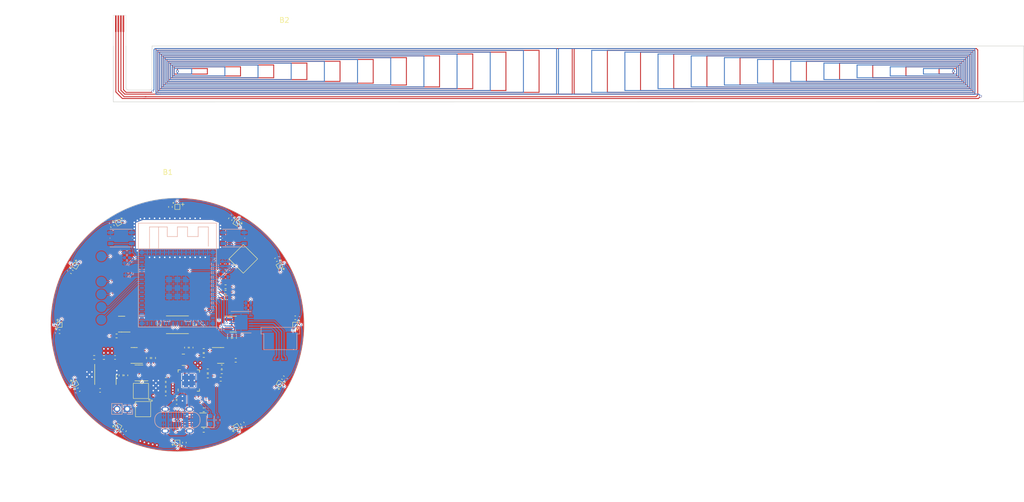
<source format=kicad_pcb>
(kicad_pcb (version 20221018) (generator pcbnew)
  (layers (0 "F.Cu" signal) (1 "In1.Cu" signal) (2 "In2.Cu" signal) (31 "B.Cu" signal) (34 "B.Paste" user) (35 "F.Paste" user) (36 "B.SilkS" user "B.Silkscreen") (37 "F.SilkS" user "F.Silkscreen") (38 "B.Mask" user) (39 "F.Mask" user) (44 "Edge.Cuts" user))
  (net 0 "")
  (net 1 "/MainBoard/ESP32-S3-MINI/IO01")
  (net 2 "/MainBoard/ESP32-S3-MINI/IO02")
  (net 3 "GND")
  (net 4 "/MainBoard/3V3")
  (net 5 "/MainBoard/ESP32-S3-MINI/BOOT")
  (net 6 "/MainBoard/ESP32-S3-MINI/EN")
  (net 7 "Net-(Q1-D)")
  (net 8 "Net-(Q1-G)")
  (net 9 "Net-(Q6-G)")
  (net 10 "VCC")
  (net 11 "/MainBoard/LED-RING/5V")
  (net 12 "Net-(C25-Pad1)")
  (net 13 "Net-(U8-BTST)")
  (net 14 "Net-(U8-REGN)")
  (net 15 "/MainBoard/LC-0B")
  (net 16 "/MainBoard/LC-0A")
  (net 17 "/MainBoard/LC-1B")
  (net 18 "/MainBoard/LC-1A")
  (net 19 "Net-(D1-DOUT)")
  (net 20 "/MainBoard/ESP32-S3-MINI/IO10")
  (net 21 "Net-(D2-DOUT)")
  (net 22 "Net-(D3-DOUT)")
  (net 23 "Net-(D4-DOUT)")
  (net 24 "Net-(D5-DOUT)")
  (net 25 "Net-(D6-DOUT)")
  (net 26 "Net-(D7-DOUT)")
  (net 27 "Net-(D8-DOUT)")
  (net 28 "Net-(D10-DIN)")
  (net 29 "Net-(D10-DOUT)")
  (net 30 "Net-(D11-DOUT)")
  (net 31 "/MainBoard/ESP32-S3-MINI/IO42")
  (net 32 "/MainBoard/ESP32-S3-MINI/IO47")
  (net 33 "Net-(D14-K)")
  (net 34 "/MainBoard/ESP32-S3-MINI/RX_ESP")
  (net 35 "/MainBoard/ESP32-S3-MINI/TX_ESP")
  (net 36 "/MainBoard/USB/USB_CC1")
  (net 37 "/MainBoard/ESP32-S3-MINI/D+")
  (net 38 "/MainBoard/ESP32-S3-MINI/D-")
  (net 39 "/MainBoard/USB/USB_CC2")
  (net 40 "Net-(Q1-S)")
  (net 41 "Net-(Q3-G)")
  (net 42 "Net-(Q3-D)")
  (net 43 "/MainBoard/ESP32-S3-MINI/IO09")
  (net 44 "/MainBoard/SDA")
  (net 45 "/MainBoard/SCL")
  (net 46 "/MainBoard/INT")
  (net 47 "Net-(U2-VM)")
  (net 48 "/MainBoard/ESP32-S3-MINI/IO08")
  (net 49 "Net-(U8-TS)")
  (net 50 "Net-(U8-ILIM)")
  (net 51 "/MainBoard/ESP32-S3-MINI/IO48")
  (net 52 "/MainBoard/ESP32-S3-MINI/IO07")
  (net 53 "/MainBoard/ESP32-S3-MINI/IO11")
  (net 54 "/MainBoard/ESP32-S3-MINI/IO12")
  (net 55 "/MainBoard/ESP32-S3-MINI/IO13")
  (net 56 "/MainBoard/ESP32-S3-MINI/IO14")
  (net 57 "/MainBoard/ESP32-S3-MINI/IO15")
  (net 58 "/MainBoard/ESP32-S3-MINI/IO16")
  (net 59 "/MainBoard/ESP32-S3-MINI/IO17")
  (net 60 "/MainBoard/ESP32-S3-MINI/IO18")
  (net 61 "/MainBoard/ESP32-S3-MINI/IO21")
  (net 63 "/MainBoard/ESP32-S3-MINI/IO33")
  (net 64 "/MainBoard/ESP32-S3-MINI/IO34")
  (net 65 "/MainBoard/ESP32-S3-MINI/IO35")
  (net 66 "/MainBoard/ESP32-S3-MINI/IO36")
  (net 67 "/MainBoard/ESP32-S3-MINI/IO37")
  (net 68 "/MainBoard/ESP32-S3-MINI/IO38")
  (net 69 "/MainBoard/ESP32-S3-MINI/IO39")
  (net 70 "/MainBoard/ESP32-S3-MINI/IO40")
  (net 71 "/MainBoard/ESP32-S3-MINI/IO41")
  (net 82 "Net-(Q2A-S)")
  (net 83 "Net-(J2-Pin_1)")
  (net 84 "Net-(Q7A-D)")
  (net 85 "Net-(Q7A-G)")
  (net 86 "Net-(Q7B-G)")
  (net 87 "/MainBoard/PowerManager/Charger/STAT")
  (net 88 "/MainBoard/PowerManager/Charger/D-")
  (net 89 "/MainBoard/PowerManager/Charger/D+")
  (net 91 "/MainBoard/USB/VBUS")
  (net 92 "Net-(U1-IO46-PD)")
  (net 93 "Net-(U1-IO45-PD)")
  (net 95 "Net-(U4-ADJ{slash}SENSE)")
  (net 96 "Net-(C29-Pad1)")
  (net 97 "/L1A")
  (net 98 "/L1B")
  (net 99 "/L2A")
  (net 100 "/L2B")
  (footprint "RKL-Inductors:PCB_coil_linear_N24" (layer "F.Cu") (at 100 50)
    (fp_text reference "L1" hide)
    (fp_text value "L" hide)
  )
  (footprint "RKL-LED:WS2812-1010" (layer "F.Cu") (at 111.625 120.135091 -150)
    (fp_text reference "D6" hide)
    (fp_text value "WS2812B" hide)
  )
  (footprint "RKL-LED:WS2812-1010" (layer "F.Cu") (at 123.25 100 -90)
    (fp_text reference "D4" hide)
    (fp_text value "WS2812B" hide)
  )
  (footprint "Resistor_SMD:R_0402_1005Metric" (layer "F.Cu") (at 105.2 120.82)
    (fp_text reference "R12" hide)
    (fp_text value "5.1k" hide)
  )
  (footprint "RKL-LED:WS2812-1010" (layer "F.Cu") (at 88.375 120.135091 150)
    (fp_text reference "D8" hide)
    (fp_text value "WS2812B" hide)
  )
  (footprint "Resistor_SMD:R_0402_1005Metric" (layer "F.Cu") (at 105.2 105.1 180)
    (fp_text reference "R10" hide)
    (fp_text value "200k" hide)
  )
  (footprint "Capacitor_SMD:C_0402_1005Metric" (layer "F.Cu") (at 98.625 76.75 -90)
    (fp_text reference "C11" hide)
    (fp_text value "100n" hide)
  )
  (footprint "Package_TO_SOT_SMD:SOT-23" (layer "F.Cu") (at 89 99.875 180)
    (fp_text reference "Q5" hide)
    (fp_text value "Q_NMOS_DGS-L" hide)
  )
  (footprint "RKL-StandardPackages:DFN3030" (layer "F.Cu") (at 92.8 113.05 90)
    (fp_text reference "Q7" hide)
    (fp_text value "PMOS-2x_BSS84DW" hide)
  )
  (footprint "RKL-LED:WS2812-1010" (layer "F.Cu") (at 76.75 100 90)
    (fp_text reference "D10" hide)
    (fp_text value "WS2812B" hide)
  )
  (footprint "Resistor_SMD:R_0402_1005Metric" (layer "F.Cu") (at 94.275 106.56 90)
    (fp_text reference "R11" hide)
    (fp_text value "470" hide)
  )
  (footprint "RKL-LED:WS2812-1010" (layer "F.Cu") (at 120.135091 111.625 -120)
    (fp_text reference "D5" hide)
    (fp_text value "WS2812B" hide)
  )
  (footprint "Package_TO_SOT_SMD:SOT-23" (layer "F.Cu") (at 108.5375 106.05)
    (fp_text reference "Q6" hide)
    (fp_text value "Q_NMOS_DGS-L" hide)
  )
  (footprint "Capacitor_SMD:C_0402_1005Metric" (layer "F.Cu") (at 97.7 110.8 180)
    (fp_text reference "C26" hide)
    (fp_text value "4.7u" hide)
  )
  (footprint "Capacitor_SMD:C_0402_1005Metric" (layer "F.Cu") (at 87.184215 80.552409 -60)
    (fp_text reference "C22" hide)
    (fp_text value "100n" hide)
  )
  (footprint "Resistor_SMD:R_0402_1005Metric" (layer "F.Cu") (at 96.4 100 90)
    (fp_text reference "R25" hide)
    (fp_text value "10k" hide)
  )
  (footprint "RKL-Connectors:FFC-FPC_1x04_0.5mm_cable" (layer "F.Cu") (at 88.603554 45 180)
    (fp_text reference "J8" hide)
    (fp_text value "Conn_01x04" hide)
    (fp_line (start -1.25 0) (end -1.25 6.05) (stroke (width 0.05)) (layer "Edge.Cuts"))
    (fp_line (start -1.25 6.05) (end 1.25 6.05) (stroke (width 0.05)) (layer "Edge.Cuts"))
    (fp_line (start 1.25 6.05) (end 1.25 0) (stroke (width 0.05)) (layer "Edge.Cuts"))
  )
  (footprint "Resistor_SMD:R_0402_1005Metric" (layer "F.Cu") (at 105.2 116.78)
    (fp_text reference "R24" hide)
    (fp_text value "5.1k" hide)
  )
  (footprint "Package_DFN_QFN:Texas_S-PWQFN-N24_EP2.7x2.7mm_ThermalVias" (layer "F.Cu") (at 102.25 111 90)
    (fp_text reference "U8" hide)
    (fp_text value "BQ25895RTW" hide)
  )
  (footprint "Capacitor_SMD:C_0402_1005Metric" (layer "F.Cu") (at 89.565785 120.822591 60)
    (fp_text reference "C18" hide)
    (fp_text value "100n" hide)
  )
  (footprint "Package_SON:USON-10_2.5x1.0mm_P0.5mm" (layer "F.Cu") (at 105.2 118.8)
    (fp_text reference "U9" hide)
    (fp_text value "TPD4E02B04DQA" hide)
  )
  (footprint "Capacitor_SMD:C_0402_1005Metric" (layer "F.Cu") (at 79.177409 89.565785 -30)
    (fp_text reference "C21" hide)
    (fp_text value "100n" hide)
  )
  (footprint "Resistor_SMD:R_0402_1005Metric" (layer "F.Cu") (at 88.875 109.97 90)
    (fp_text reference "R13" hide)
    (fp_text value "1M" hide)
  )
  (footprint "Capacitor_SMD:C_0402_1005Metric" (layer "F.Cu") (at 102.72 104.5 90)
    (fp_text reference "C30" hide)
    (fp_text value "10u" hide)
  )
  (footprint "Package_TO_SOT_SMD:SOT-23-6" (layer "F.Cu") (at 92.4125 109.5 180)
    (fp_text reference "U2" hide)
    (fp_text value "SL8261D-G3JE" hide)
  )
  (footprint "RKL-LED:WS2812-1010" (layer "F.Cu") (at 120.135091 88.375 -60)
    (fp_text reference "D3" hide)
    (fp_text value "WS2812B" hide)
  )
  (footprint "Capacitor_SMD:C_0402_1005Metric" (layer "F.Cu") (at 97.7 111.75 180)
    (fp_text reference "C33" hide)
    (fp_text value "10u" hide)
  )
  (footprint "Resistor_SMD:R_0402_1005Metric" (layer "F.Cu") (at 111.51 107)
    (fp_text reference "R18" hide)
    (fp_text value "200" hide)
  )
  (footprint "Resistor_SMD:R_0402_1005Metric" (layer "F.Cu") (at 108.55 110.75)
    (fp_text reference "R23" hide)
    (fp_text value "100" hide)
  )
  (footprint "Resistor_SMD:R_0402_1005Metric" (layer "F.Cu") (at 85.5 106.45)
    (fp_text reference "R4" hide)
    (fp_text value "56k" hide)
  )
  (footprint "RKL-LED:WS2812-1010" (layer "F.Cu") (at 79.864909 111.625 120)
    (fp_text reference "D9" hide)
    (fp_text value "WS2812B" hide)
  )
  (footprint "RKL-LED:WS2812-1010" (layer "F.Cu") (at 88.375 79.864909 30)
    (fp_text reference "D12" hide)
    (fp_text value "WS2812B" hide)
  )
  (footprint "Capacitor_SMD:C_0402_1005Metric" (layer "F.Cu") (at 110.434215 79.177409 -120)
    (fp_text reference "C12" hide)
    (fp_text value "100n" hide)
  )
  (footprint "Resistor_SMD:R_0402_1005Metric" (layer "F.Cu") (at 109.5 94.65 180)
    (fp_text reference "R3" hide)
    (fp_text value "10k" hide)
  )
  (footprint "RKL-Audio:SmallBuzzer" (layer "F.Cu") (at 113 87 -45)
    (fp_text reference "BZ1" hide)
    (fp_text value "Buzzer" hide)
  )
  (footprint "Inductor_SMD:L_1008_2520Metric" (layer "F.Cu") (at 101.175 106.9)
    (fp_text reference "L3" hide)
    (fp_text value "2.2u" hide)
  )
  (footprint "Capacitor_SMD:C_0402_1005Metric" (layer "F.Cu") (at 119.447591 87.184215 -150)
    (fp_text reference "C13" hide)
    (fp_text value "100n" hide)
  )
  (footprint "Resistor_SMD:R_0402_1005Metric" (layer "F.Cu") (at 106 110.1)
    (fp_text reference "R22" hide)
    (fp_text value "10k" hide)
  )
  (footprint "Capacitor_SMD:C_0402_1005Metric" (layer "F.Cu") (at 84.75 112.95 180)
    (fp_text reference "C10" hide)
    (fp_text value "4.7u" hide)
  )
  (footprint "RKL-LED:WS2812-1010" (layer "F.Cu") (at 111.625 79.864909 -30)
    (fp_text reference "D2" hide)
    (fp_text value "WS2812B" hide)
  )
  (footprint "Resistor_SMD:R_0402_1005Metric" (layer "F.Cu") (at 109.5 92.5 180)
    (fp_text reference "R1" hide)
    (fp_text value "10k" hide)
  )
  (footprint "Capacitor_SMD:C_0402_1005Metric" (layer "F.Cu") (at 89.85 109.97 -90)
    (fp_text reference "C7" hide)
    (fp_text value "100n" hide)
  )
  (footprint "Capacitor_SMD:C_0402_1005Metric" (layer "F.Cu") (at 123.25 98.625 180)
    (fp_text reference "C14" hide)
    (fp_text value "100n" hide)
  )
  (footprint "Resistor_SMD:R_0402_1005Metric" (layer "F.Cu") (at 108.75 109.27 180)
    (fp_text reference "R19" hide)
    (fp_text value "1M" hide)
  )
  (footprint "Capacitor_SMD:C_0402_1005Metric" (layer "F.Cu") (at 97.7 113.65 180)
    (fp_text reference "C31" hide)
    (fp_text value "10u" hide)
  )
  (footprint "RKL-StandardPackages:DFN3030" (layer "F.Cu") (at 93.227111 116.65 180)
    (fp_text reference "Q2" hide)
    (fp_text value "PMOS-2x_BSS84DW" hide)
  )
  (footprint "Capacitor_SMD:C_0402_1005Metric" (layer "F.Cu") (at 97.7 112.7 180)
    (fp_text reference "C32" hide)
    (fp_text value "10u" hide)
  )
  (footprint "Package_TO_SOT_SMD:SOT-23" (layer "F.Cu") (at 91.4625 106.05 180)
    (fp_text reference "Q1" hide)
    (fp_text value "Q_PMOS_DGS-L" hide)
  )
  (footprint "Resistor_SMD:R_0402_1005Metric" (layer "F.Cu") (at 110.275 102.6 90)
    (fp_text reference "R15" hide)
    (fp_text value "200k" hide)
  )
  (footprint "Package_DFN_QFN:DFN-8-1EP_4x4mm_P0.8mm_EP2.3x3.24mm" (layer "F.Cu") (at 85.8 109.8 -90)
    (fp_text reference "U4" hide)
    (fp_text value "LD39200" hide)
  )
  (footprint "RKL-LED:WS2812-1010" (layer "F.Cu") (at 100 123.25 180)
    (fp_text reference "D7" hide)
    (fp_text value "WS2812B" hide)
  )
  (footprint "Capacitor_SMD:C_0402_1005Metric" (layer "F.Cu") (at 80.552409 112.815785 30)
    (fp_text reference "C19" hide)
    (fp_text value "100n" hide)
  )
  (footprint "Capacitor_SMD:C_0402_1005Metric" (layer "F.Cu") (at 101.78 104.5 90)
    (fp_text reference "C29" hide)
    (fp_text value "10u" hide)
  )
  (footprint "Capacitor_SMD:C_0402_1005Metric" (layer "F.Cu") (at 99.85 114.35 180)
    (fp_text reference "C24" hide)
    (fp_text value "1u" hide)
  )
  (footprint "Button_Switch_SMD:SW_Push_1P1T_NO_Vertical_Wuerth_434133025816" (layer "F.Cu") (at 100 100)
    (fp_text reference "SW4" hide)
    (fp_text value "ON" hide)
  )
  (footprint "Capacitor_SMD:C_0402_1005Metric" (layer "F.Cu") (at 108.75 108.3)
    (fp_text reference "C9" hide)
    (fp_text value "1u" hide)
  )
  (footprint "Capacitor_SMD:C_0402_1005Metric" (layer "F.Cu") (at 101.375 123.25 90)
    (fp_text reference "C17" hide)
    (fp_text value "100n" hide)
  )
  (footprint "RKL-LED:WS2812-1010" (layer "F.Cu") (at 79.864909 88.375 60)
    (fp_text reference "D11" hide)
    (fp_text value "WS2812B" hide)
  )
  (footprint "Resistor_SMD:R_0402_1005Metric" (layer "F.Cu") (at 95.3 106.56 -90)
    (fp_text reference "R14" hide)
    (fp_text value "2k" hide)
  )
  (footprint "Capacitor_SMD:C_0402_1005Metric" (layer "F.Cu") (at 112.815785 119.447591 120)
    (fp_text reference "C16" hide)
    (fp_text value "100n" hide)
  )
  (footprint "Capacitor_SMD:C_0201_0603Metric" (layer "F.Cu") (at 99.05 110.5 -90)
    (fp_text reference "C25" hide)
    (fp_text value "47n" hide)
  )
  (footprint "Capacitor_SMD:C_0402_1005Metric" (layer "F.Cu") (at 99.85 115.3 180)
    (fp_text reference "C34" hide)
    (fp_text value "4.7u" hide)
  )
  (footprint "Resistor_SMD:R_0402_1005Metric" (layer "F.Cu") (at 105.2 106.05 180)
    (fp_text reference "R17" hide)
    (fp_text value "10k" hide)
  )
  (footprint "Resistor_SMD:R_0402_1005Metric" (layer "F.Cu") (at 88 102.2 180)
    (fp_text reference "R16" hide)
    (fp_text value "10k" hide)
  )
  (footprint "Capacitor_SMD:C_0402_1005Metric" (layer "F.Cu") (at 111.275 102.6 90)
    (fp_text reference "C8" hide)
    (fp_text value "1u" hide)
  )
  (footprint "RKL-AuxiliarySymbols:Board" (layer "F.Cu") (at 123 45)
    (fp_text reference "B2")
    (fp_text value "~")
  )
  (footprint "Capacitor_SMD:C_0402_1005Metric" (layer "F.Cu") (at 87.7 106.45)
    (fp_text reference "C23" hide)
    (fp_text value "10u" hide)
  )
  (footprint "RKL-AuxiliarySymbols:Board" (layer "F.Cu") (at 100 75)
    (fp_text reference "B1")
    (fp_text value "~")
  )
  (footprint "Package_TO_SOT_SMD:SOT-23" (layer "F.Cu") (at 111 99.875)
    (fp_text reference "Q3" hide)
    (fp_text value "Q_NMOS_DGS-L" hide)
  )
  (footprint "Capacitor_SMD:C_0402_1005Metric" (layer "F.Cu") (at 76.75 101.375)
    (fp_text reference "C20" hide)
    (fp_text value "100n" hide)
  )
  (footprint "Resistor_SMD:R_0402_1005Metric" (layer "F.Cu") (at 106 109.1)
    (fp_text reference "R26" hide)
    (fp_text value "10k" hide)
  )
  (footprint "Capacitor_SMD:C_0402_1005Metric" (layer "F.Cu") (at 120.822591 110.434215 150)
    (fp_text reference "C15" hide)
    (fp_text value "100n" hide)
  )
  (footprint "RKL-LED:WS2812-1010" (layer "F.Cu") (at 100 76.75)
    (fp_text reference "D1" hide)
    (fp_text value "WS2812B" hide)
  )
  (footprint "Capacitor_SMD:C_0402_1005Metric" (layer "F.Cu") (at 103.45 100 90)
    (fp_text reference "C35" hide)
    (fp_text value "1u" hide)
  )
  (footprint "Resistor_SMD:R_0402_1005Metric" (layer "F.Cu") (at 83.58 106.45)
    (fp_text reference "R5" hide)
    (fp_text value "10k" hide)
  )
  (footprint "Resistor_SMD:R_0402_1005Metric" (layer "F.Cu") (at 109.495 93.575 180)
    (fp_text reference "R2" hide)
    (fp_text value "10k" hide)
  )
  (footprint "RKL-Inductors:PCB_coil_linear_N24" (layer "B.Cu") (at 253.1 50 180)
    (fp_text reference "L2" hide)
    (fp_text value "L" hide)
  )
  (footprint "Button_Switch_SMD:SW_Push_1P1T_NO_Vertical_Wuerth_434133025816" (layer "B.Cu") (at 88.9 82.9 180)
    (fp_text reference "SW2" hide)
    (fp_text value "EN" hide)
  )
  (footprint "RKL-Connectors:USB-C_vertical" (layer "B.Cu") (at 100 118.8 180)
    (fp_text reference "J7" hide)
    (fp_text value "USB_C_Receptacle_USB2.0" hide)
  )
  (footprint "Capacitor_SMD:C_0201_0603Metric" (layer "B.Cu") (at 121.075 106.8)
    (fp_text reference "C27" hide)
    (fp_text value "1000p" hide)
  )
  (footprint "RKL-Connectors:FFC-FPC_1x04_0.5mm" (layer "B.Cu") (at 120.3 100.505)
    (fp_text reference "J3" hide)
    (fp_text value "Conn_01x04" hide)
  )
  (footprint "RKL-ESP:ESP32-S3-MINI" (layer "B.Cu") (at 100 85 180)
    (fp_text reference "U1" hide)
    (fp_text value "ESP32-S3-MINI" hide)
  )
  (footprint "Resistor_SMD:R_0402_1005Metric" (layer "B.Cu") (at 90.05 87.8 180)
    (fp_text reference "R8" hide)
    (fp_text value "10k" hide)
  )
  (footprint "Capacitor_SMD:C_0402_1005Metric" (layer "B.Cu") (at 113.995 96.675 180)
    (fp_text reference "C6" hide)
    (fp_text value "100n" hide)
  )
  (footprint "Capacitor_SMD:C_0402_1005Metric" (layer "B.Cu") (at 110 88 -90)
    (fp_text reference "C1" hide)
    (fp_text value "10u" hide)
  )
  (footprint "Button_Switch_SMD:SW_Push_1P1T_NO_Vertical_Wuerth_434133025816" (layer "B.Cu") (at 111.1 82.9 180)
    (fp_text reference "SW3" hide)
    (fp_text value "BOOT" hide)
  )
  (footprint "Resistor_SMD:R_0402_1005Metric" (layer "B.Cu") (at 90.05 85.775)
    (fp_text reference "R6" hide)
    (fp_text value "10k" hide)
  )
  (footprint "Capacitor_SMD:C_0402_1005Metric" (layer "B.Cu") (at 90.05 86.775 180)
    (fp_text reference "C4" hide)
    (fp_text value "1u" hide)
  )
  (footprint "Capacitor_SMD:C_0402_1005Metric" (layer "B.Cu") (at 113.995 95.7 180)
    (fp_text reference "C5" hide)
    (fp_text value "1u" hide)
  )
  (footprint "Resistor_SMD:R_0402_1005Metric" (layer "B.Cu") (at 90.3 90.17 180)
    (fp_text reference "R9" hide)
    (fp_text value "10k" hide)
  )
  (footprint "Capacitor_SMD:C_0201_0603Metric" (layer "B.Cu") (at 119.475 106.8)
    (fp_text reference "C28" hide)
    (fp_text value "1000p" hide)
  )
  (footprint "Connector_PinHeader_2.00mm:PinHeader_1x02_P2.00mm_Vertical" (layer "B.Cu") (at 90.1 116.6 90)
    (fp_text reference "J2" hide)
    (fp_text value "Conn_01x02" hide)
  )
  (footprint "Resistor_SMD:R_0402_1005Metric" (layer "B.Cu") (at 108 118.8 90)
    (fp_text reference "R21" hide)
    (fp_text value "2k" hide)
  )
  (footprint "Capacitor_SMD:C_0402_1005Metric" (layer "B.Cu") (at 109.5 90.53)
    (fp_text reference "C3" hide)
    (fp_text value "1u" hide)
  )
  (footprint "Resistor_SMD:R_0402_1005Metric" (layer "B.Cu") (at 109.5 89.55 180)
    (fp_text reference "R7" hide)
    (fp_text value "10k" hide)
  )
  (footprint "RKL-ESP:ESP-Programing_conector" (layer "B.Cu") (at 85 86.5 -90)
    (fp_text reference "J1" hide)
    (fp_text value "ESP-Programing_conector" hide)
  )
  (footprint "LED_SMD:LED_0603_1608Metric" (layer "B.Cu") (at 106.5 118.8 90)
    (fp_text reference "D14" hide)
    (fp_text value "red" hide)
  )
  (footprint "Package_SON:WSON-12-1EP_4x4mm_P0.5mm_EP2.6x3mm" (layer "B.Cu") (at 112.55 99.5)
    (fp_text reference "U3" hide)
    (fp_text value "LDC1x12" hide)
  )
  (footprint "Capacitor_SMD:C_0402_1005Metric" (layer "B.Cu") (at 108.9 87.995 -90)
    (fp_text reference "C2" hide)
    (fp_text value "100n" hide)
  )
  (gr_line (start 94.5 53.7) (end 90.353554 53.7) (stroke (width 0.1)) (layer "Edge.Cuts"))
  (gr_line (start 89.853553 53.199998) (end 89.853554 45) (stroke (width 0.1)) (layer "Edge.Cuts"))
  (gr_circle (center 100 100) (end 125 100) (stroke (width 0.1)) (fill none) (layer "Edge.Cuts"))
  (gr_line (start 87.353554 45) (end 87.353554 56.025) (stroke (width 0.1)) (layer "Edge.Cuts"))
  (gr_arc (start 90.353554 53.7) (mid 90 53.553553) (end 89.853553 53.199998) (stroke (width 0.1)) (layer "Edge.Cuts"))
  (gr_line (start 267 45) (end 95 45) (stroke (width 0.1)) (layer "Edge.Cuts"))
  (gr_line (start 87.353554 56.025) (end 267 56) (stroke (width 0.1)) (layer "Edge.Cuts"))
  (gr_line (start 95 45) (end 95.000001 53.199998) (stroke (width 0.1)) (layer "Edge.Cuts"))
  (gr_line (start 267 56) (end 267 45) (stroke (width 0.1)) (layer "Edge.Cuts"))
  (gr_arc (start 95.000001 53.199998) (mid 94.853554 53.553553) (end 94.5 53.7) (stroke (width 0.1)) (layer "Edge.Cuts"))
  (segment (start 110.4 87.125126) (end 111.762563 85.762563) (width 0.2) (layer "F.Cu") (net 1))
  (segment (start 108.35 90.99) (end 110.4 88.94) (width 0.2) (layer "F.Cu") (net 1))
  (segment (start 110.4 88.94) (end 110.4 87.125126) (width 0.2) (layer "F.Cu") (net 1))
  (via (at 108.35 90.99) (size 0.45) (drill 0.3) (layers "F.Cu" "B.Cu") (net 1))
  (segment (start 108.35 90.99) (end 107.535 90.175) (width 0.2) (layer "B.Cu") (net 1))
  (segment (start 107.535 90.175) (end 107 90.175) (width 0.2) (layer "B.Cu") (net 1))
  (segment (start 108.35 91.7) (end 110.774874 91.7) (width 0.2) (layer "F.Cu") (net 2))
  (segment (start 110.774874 91.7) (end 114.237437 88.237437) (width 0.2) (layer "F.Cu") (net 2))
  (via (at 108.35 91.7) (size 0.45) (drill 0.3) (layers "F.Cu" "B.Cu") (net 2))
  (segment (start 108.35 91.7) (end 107.675 91.025) (width 0.2) (layer "B.Cu") (net 2))
  (segment (start 107.675 91.025) (end 107 91.025) (width 0.2) (layer "B.Cu") (net 2))
  (segment (start 122.182465 99.575) (end 122.177465 99.57) (width 0.2) (layer "F.Cu") (net 3))
  (segment (start 78.285123 95.384361) (end 78.886545 93.139823) (width 0.1) (layer "F.Cu") (net 3))
  (segment (start 104.2125 111.25) (end 103.6 111.25) (width 0.2) (layer "F.Cu") (net 3))
  (segment (start 77.8 100) (end 77.921614 97.679468) (width 0.1) (layer "F.Cu") (net 3))
  (segment (start 85.1453 83.502185) (end 86.951167 82.039823) (width 0.1) (layer "F.Cu") (net 3))
  (segment (start 114.854699 83.502185) (end 116.497815 85.145301) (width 0.1) (layer "F.Cu") (net 3))
  (segment (start 101.5 109.0375) (end 101.5 109.55) (width 0.2) (layer "F.Cu") (net 3))
  (segment (start 79.719291 90.970447) (end 80.774236 88.9) (width 0.1) (layer "F.Cu") (net 3))
  (segment (start 82.039823 113.048833) (end 80.774236 111.1) (width 0.1) (layer "F.Cu") (net 3))
  (segment (start 111.1 119.225764) (end 109.029553 120.280709) (width 0.1) (layer "F.Cu") (net 3))
  (segment (start 110.723433 80.576468) (end 113.048833 82.039823) (width 0.1) (layer "F.Cu") (net 3))
  (segment (start 97.679468 122.078386) (end 95.38436 121.714877) (width 0.1) (layer "F.Cu") (net 3))
  (segment (start 88.955561 119.97953) (end 89.276566 119.423532) (width 0.2) (layer "F.Cu") (net 3))
  (segment (start 78.886545 93.139823) (end 79.71929 90.970447) (width 0.1) (layer "F.Cu") (net 3))
  (segment (start 83.502185 114.8547) (end 82.039823 113.048833) (width 0.1) (layer "F.Cu") (net 3))
  (segment (start 101.5 108.657107) (end 101.35 108.507107) (width 0.2) (layer "F.Cu") (net 3))
  (segment (start 117.960177 113.048832) (end 116.497815 114.854699) (width 0.1) (layer "F.Cu") (net 3))
  (segment (start 100 122.2) (end 97.679468 122.078386) (width 0.1) (layer "F.Cu") (net 3))
  (segment (start 78.285123 104.61564) (end 77.921614 102.320532) (width 0.1) (layer "F.Cu") (net 3))
  (segment (start 82.039823 86.951168) (end 83.502185 85.145301) (width 0.1) (layer "F.Cu") (net 3))
  (segment (start 122.825 99.575) (end 122.182989 99.575) (width 0.2) (layer "F.Cu") (net 3))
  (segment (start 95.384361 121.714877) (end 93.139823 121.113455) (width 0.1) (layer "F.Cu") (net 3))
  (segment (start 80.774236 88.9) (end 82.039823 86.951167) (width 0.1) (layer "F.Cu") (net 3))
  (segment (start 114.8547 116.497815) (end 113.048833 117.960177) (width 0.1) (layer "F.Cu") (net 3))
  (segment (start 101.5 109.55) (end 101.15 109.9) (width 0.2) (layer "F.Cu") (net 3))
  (segment (start 88.219439 80.44547) (end 88.540444 81.001468) (width 0.2) (layer "F.Cu") (net 3))
  (segment (start 121.714877 104.615639) (end 121.113455 106.860177) (width 0.1) (layer "F.Cu") (net 3))
  (segment (start 122.078386 97.679468) (end 122.177465 99.57) (width 0.1) (layer "F.Cu") (net 3))
  (segment (start 101.5 110.25) (end 102.25 111) (width 0.2) (layer "F.Cu") (net 3))
  (segment (start 113.048833 117.960177) (end 111.1 119.225764) (width 0.1) (layer "F.Cu") (net 3))
  (segment (start 111.780561 119.55453) (end 111.459555 118.998532) (width 0.2) (layer "F.Cu") (net 3))
  (segment (start 119.225764 88.9) (end 120.280709 90.970447) (width 0.1) (layer "F.Cu") (net 3))
  (segment (start 103.6 111.25) (end 103.35 111) (width 0.2) (layer "F.Cu") (net 3))
  (segment (start 99.575 77.175) (end 99.575 77.817011) (width 0.2) (layer "F.Cu") (net 3))
  (segment (start 101.35 108.507107) (end 101.35 107.99) (width 0.2) (layer "F.Cu") (net 3))
  (segment (start 121.714877 95.38436) (end 122.078386 97.679468) (width 0.1) (layer "F.Cu") (net 3))
  (segment (start 122.2 100) (end 122.078386 102.320532) (width 0.1) (layer "F.Cu") (net 3))
  (segment (start 78.886545 106.860177) (end 78.285123 104.615639) (width 0.1) (layer "F.Cu") (net 3))
  (segment (start 80.02047 88.955561) (end 80.576468 89.276567) (width 0.2) (layer "F.Cu") (net 3))
  (segment (start 122.078386 102.320532) (end 121.714877 104.61564) (width 0.1) (layer "F.Cu") (net 3))
  (segment (start 80.44547 111.780561) (end 81.001468 111.459556) (width 0.2) (layer "F.Cu") (net 3))
  (segment (start 119.55453 88.219439) (end 118.998532 88.540445) (width 0.2) (layer "F.Cu") (net 3))
  (segment (start 99.575 77.817011) (end 99.58 77.822011) (width 0.2) (layer "F.Cu") (net 3))
  (segment (start 100.425 122.182465) (end 100.43 122.177465) (width 0.2) (layer "F.Cu") (net 3))
  (segment (start 93.139823 121.113455) (end 90.970447 120.28071) (width 0.1) (layer "F.Cu") (net 3))
  (segment (start 106.860177 121.113455) (end 104.615639 121.714877) (width 0.1) (layer "F.Cu") (net 3))
  (segment (start 119.97953 111.044439) (end 119.423532 110.723433) (width 0.2) (layer "F.Cu") (net 3))
  (segment (start 86.95 117.96) (end 85.66 116.94) (width 0.1) (layer "F.Cu") (net 3))
  (segment (start 101.35 107.99) (end 101.105 108.235) (width 0.2) (layer "F.Cu") (net 3))
  (segment (start 90.970447 120.280709) (end 88.9 119.225764) (width 0.1) (layer "F.Cu") (net 3))
  (segment (start 101 109.0375) (end 101 108.34) (width 0.2) (layer "F.Cu") (net 3))
  (segment (start 104.61564 121.714877) (end 102.320532 122.078386) (width 0.1) (layer "F.Cu") (net 3))
  (segment (start 111.044439 80.02047) (end 110.723433 80.576468) (width 0.2) (layer "F.Cu") (net 3))
  (segment (start 101.5 109.0375) (end 101.5 108.657107) (width 0.2) (layer "F.Cu") (net 3))
  (segment (start 102.320532 122.078386) (end 100.43 122.177465) (width 0.1) (layer "F.Cu") (net 3))
  (segment (start 84.6 107.9) (end 84.6 109.05) (width 0.2) (layer "F.Cu") (net 3))
  (segment (start 84.86 116.23) (end 83.502185 114.8547) (width 0.1) (layer "F.Cu") (net 3))
  (segment (start 80.774236 111.1) (end 79.719291 109.029553) (width 0.1) (layer "F.Cu") (net 3))
  (segment (start 120.280709 109.029553) (end 119.225764 111.1) (width 0.1) (layer "F.Cu") (net 3))
  (segment (start 101 108.34) (end 101.105 108.235) (width 0.2) (layer "F.Cu") (net 3))
  (segment (start 88.9 80.774236) (end 90.970447 79.719291) (width 0.1) (layer "F.Cu") (net 3))
  (segment (start 101.5 109.0375) (end 101.5 110.25) (width 0.2) (layer "F.Cu") (net 3))
  (segment (start 97.679468 77.921614) (end 99.58 77.822011) (width 0.1) (layer "F.Cu") (net 3))
  (segment (start 86.951167 82.039823) (end 88.9 80.774236) (width 0.1) (layer "F.Cu") (net 3))
  (segment (start 100.43 122.177465) (end 100 122.2) (width 0.1) (layer "F.Cu") (net 3))
  (segment (start 117.960177 86.951167) (end 119.225764 88.9) (width 0.1) (layer "F.Cu") (net 3))
  (segment (start 121.113455 93.139823) (end 121.714877 95.384361) (width 0.1) (layer "F.Cu") (net 3))
  (segment (start 109.029554 120.280709) (end 106.860178 121.113455) (width 0.1) (layer "F.Cu") (net 3))
  (segment (start 100.425 122.825) (end 100.425 122.182989) (width 0.2) (layer "F.Cu") (net 3))
  (segment (start 113.048832 82.039823) (end 114.854699 83.502185) (width 0.1) (layer "F.Cu") (net 3))
  (segment (start 121.113455 106.860177) (end 120.28071 109.029553) (width 0.1) (layer "F.Cu") (net 3))
  (segment (start 77.921614 102.320532) (end 77.8 100) (width 0.1) (layer "F.Cu") (net 3))
  (segment (start 116.497815 114.854699) (end 114.854699 116.497815) (width 0.1) (layer "F.Cu") (net 3))
  (segment (start 79.719291 109.029554) (end 78.886545 106.860178) (width 0.1) (layer "F.Cu") (net 3))
  (segment (start 122.177465 99.57) (end 122.2 100) (width 0.1) (layer "F.Cu") (net 3))
  (segment (start 77.175 100.425) (end 77.817011 100.425) (width 0.2) (layer "F.Cu") (net 3))
  (segment (start 95.38436 78.285123) (end 97.679468 77.921614) (width 0.1) (layer "F.Cu") (net 3))
  (segment (start 83.502185 85.145301) (end 85.145301 83.502185) (width 0.1) (layer "F.Cu") (net 3))
  (segment (start 88.9 119.225764) (end 86.951167 117.960177) (width 0.1) (layer "F.Cu") (net 3))
  (segment (start 101.105 108.235) (end 101.13 108.21) (width 0.2) (layer "F.Cu") (net 3))
  (segment (start 77.921614 97.679468) (end 78.285123 95.38436) (width 0.1) (layer "F.Cu") (net 3))
  (segment (start 116.497815 85.1453) (end 117.960177 86.951167) (width 0.1) (layer "F.Cu") (net 3))
  (segment (start 119.225764 111.1) (end 117.960177 113.048833) (width 0.1) (layer "F.Cu") (net 3))
  (segment (start 120.280709 90.970446) (end 121.113455 93.139822) (width 0.1) (layer "F.Cu") (net 3))
  (segment (start 99.58 77.822011) (end 100 77.8) (width 0.1) (layer "F.Cu") (net 3))
  (via (at 82.15 109.3) (size 0.45) (drill 0.3) (layers "F.Cu" "B.Cu") (net 3))
  (via (at 88.05 109.8) (size 0.45) (drill 0.3) (layers "F.Cu" "B.Cu") (net 3))
  (via (at 95.25 111) (size 0.45) (drill 0.3) (layers "F.Cu" "B.Cu") (net 3))
  (via (at 94.5 79) (size 0.45) (drill 0.3) (layers "F.Cu" "B.Cu") (net 3))
  (via (at 100.5 79) (size 0.45) (drill 0.3) (layers "F.Cu" "B.Cu") (net 3))
  (via (at 95.75 111.5) (size 0.45) (drill 0.3) (layers "F.Cu" "B.Cu") (net 3))
  (via (at 82.15 110.3) (size 0.45) (drill 0.3) (layers "F.Cu" "B.Cu") (net 3))
  (via (at 104.5 86.7) (size 0.45) (drill 0.3) (layers "F.Cu" "B.Cu") (net 3))
  (via (at 95.5 79) (size 0.45) (drill 0.3) (layers "F.Cu" "B.Cu") (net 3))
  (via (at 92.1 85.4) (size 0.45) (drill 0.3) (layers "F.Cu" "B.Cu") (net 3))
  (via (at 91.5 80.4) (size 0.45) (drill 0.3) (layers "F.Cu" "B.Cu") (net 3))
  (via (at 108.5 80.41) (size 0.45) (drill 0.3) (layers "F.Cu" "B.Cu") (net 3))
  (via (at 108.5 83.2) (size 0.45) (drill 0.3) (layers "F.Cu" "B.Cu") (net 3))
  (via (at 92.7 79.1) (size 0.45) (drill 0.3) (layers "F.Cu" "B.Cu") (net 3))
  (via (at 96.25 113) (size 0.45) (drill 0.3) (layers "F.Cu" "B.Cu") (net 3))
  (via (at 95.5 86.7) (size 0.45) (drill 0.3) (layers "F.Cu" "B.Cu") (net 3))
  (via (at 98.5 79) (size 0.45) (drill 0.3) (layers "F.Cu" "B.Cu") (net 3))
  (via (at 91.5 84.73) (size 0.45) (drill 0.3) (layers "F.Cu" "B.Cu") (net 3))
  (via (at 105.5 86.7) (size 0.45) (drill 0.3) (layers "F.Cu" "B.Cu") (net 3))
  (via (at 108.5 84.71) (size 0.45) (drill 0.3) (layers "F.Cu" "B.Cu") (net 3))
  (via (at 99.5 79) (size 0.45) (drill 0.3) (layers "F.Cu" "B.Cu") (net 3))
  (via (at 97.5 86.7) (size 0.45) (drill 0.3) (layers "F.Cu" "B.Cu") (net 3))
  (via (at 103.5 86.7) (size 0.45) (drill 0.3) (layers "F.Cu" "B.Cu") (net 3))
  (via (at 96.25 112) (size 0.45) (drill 0.3) (layers "F.Cu" "B.Cu") (net 3))
  (via (at 96.5 86.7) (size 0.45) (drill 0.3) (layers "F.Cu" "B.Cu") (net 3))
  (via (at 96.5 79) (size 0.45) (drill 0.3) (layers "F.Cu" "B.Cu") (net 3))
  (via (at 98.5 86.7) (size 0.45) (drill 0.3) (layers "F.Cu" "B.Cu") (net 3))
  (via (at 95.25 112) (size 0.45) (drill 0.3) (layers "F.Cu" "B.Cu") (net 3))
  (via (at 101.5 79) (size 0.45) (drill 0.3) (layers "F.Cu" "B.Cu") (net 3))
  (via (at 88.05 109.05) (size 0.45) (drill 0.3) (layers "F.Cu" "B.Cu") (net 3))
  (via (at 88.05 110.55) (size 0.45) (drill 0.3) (layers "F.Cu" "B.Cu") (net 3))
  (via (at 83.15 109.3) (size 0.45) (drill 0.3) (layers "F.Cu" "B.Cu") (net 3))
  (via (at 95.75 112.5) (size 0.45) (drill 0.3) (layers "F.Cu" "B.Cu") (net 3))
  (via (at 92.1 79.4) (size 0.45) (drill 0.3) (layers "F.Cu" "B.Cu") (net 3))
  (via (at 103.5 79) (size 0.45) (drill 0.3) (layers "F.Cu" "B.Cu") (net 3))
  (via (at 104.5 79) (size 0.45) (drill 0.3) (layers "F.Cu" "B.Cu") (net 3))
  (via (at 91.5 81) (size 0.45) (drill 0.3) (layers "F.Cu" "B.Cu") (net 3))
  (via (at 108.5 82.58) (size 0.45) (drill 0.3) (layers "F.Cu" "B.Cu") (net 3))
  (via (at 83.15 110.3) (size 0.45) (drill 0.3) (layers "F.Cu" "B.Cu") (net 3))
  (via (at 91.5 83.23) (size 0.45) (drill 0.3) (layers "F.Cu" "B.Cu") (net 3))
  (via (at 91.5 82.57) (size 0.45) (drill 0.3) (layers "F.Cu" "B.Cu") (net 3))
  (via (at 102.5 79) (size 0.45) (drill 0.3) (layers "F.Cu" "B.Cu") (net 3))
  (via (at 94.5 86.7) (size 0.45) (drill 0.3) (layers "F.Cu" "B.Cu") (net 3))
  (via (at 96.25 111) (size 0.45) (drill 0.3) (layers "F.Cu" "B.Cu") (net 3))
  (via (at 97.5 79) (size 0.45) (drill 0.3) (layers "F.Cu" "B.Cu") (net 3))
  (via (at 102.5 86.7) (size 0.45) (drill 0.3) (layers "F.Cu" "B.Cu") (net 3))
  (via (at 95.25 113) (size 0.45) (drill 0.3) (layers "F.Cu" "B.Cu") (net 3))
  (via (at 99.5 86.7) (size 0.45) (drill 0.3) (layers "F.Cu" "B.Cu") (net 3))
  (via (at 91.5 79.8) (size 0.45) (drill 0.3) (layers "F.Cu" "B.Cu") (net 3))
  (via (at 100.5 86.7) (size 0.45) (drill 0.3) (layers "F.Cu" "B.Cu") (net 3))
  (via (at 82.65 109.8) (size 0.45) (drill 0.3) (layers "F.Cu" "B.Cu") (net 3))
  (via (at 93.5 79) (size 0.45) (drill 0.3) (layers "F.Cu" "B.Cu") (net 3))
  (via (at 101.5 86.7) (size 0.45) (drill 0.3) (layers "F.Cu" "B.Cu") (net 3))
  (via (at 108.5 81.01) (size 0.45) (drill 0.3) (layers "F.Cu" "B.Cu") (net 3))
  (segment (start 110.6125 99.75) (end 112.3 99.75) (width 0.2) (layer "B.Cu") (net 3))
  (segment (start 115.09 98.75) (end 115.67 98.17) (width 0.2) (layer "B.Cu") (net 3))
  (segment (start 114.4875 98.75) (end 113.3 98.75) (width 0.2) (layer "B.Cu") (net 3))
  (segment (start 112.3 99.75) (end 112.55 99.5) (width 0.2) (layer "B.Cu") (net 3))
  (segment (start 110.6125 98.25) (end 111.3 98.25) (width 0.2) (layer "B.Cu") (net 3))
  (segment (start 110.6125 99.25) (end 112.3 99.25) (width 0.2) (layer "B.Cu") (net 3))
  (segment (start 114.4875 98.75) (end 115.09 98.75) (width 0.2) (layer "B.Cu") (net 3))
  (segment (start 110.6125 98.25) (end 110.6125 97.7325) (width 0.2) (layer "B.Cu") (net 3))
  (segment (start 111.3 98.25) (end 112.55 99.5) (width 0.2) (layer "B.Cu") (net 3))
  (segment (start 89.57 86.775) (end 88.975 86.775) (width 0.2) (layer "B.Cu") (net 3))
  (segment (start 112.3 99.25) (end 112.55 99.5) (width 0.2) (layer "B.Cu") (net 3))
  (segment (start 110.6125 99.25) (end 110.6125 99.75) (width 0.2) (layer "B.Cu") (net 3))
  (segment (start 113.3 98.75) (end 112.55 99.5) (width 0.2) (layer "B.Cu") (net 3))
  (segment (start 104.69 106.05) (end 104 106.05) (width 0.2) (layer "F.Cu") (net 4))
  (segment (start 110.995 93.575) (end 111 93.57) (width 0.18) (layer "F.Cu") (net 4))
  (segment (start 110.01 92.5) (end 111 92.5) (width 0.18) (layer "F.Cu") (net 4))
  (segment (start 110.01 94.65) (end 111 94.65) (width 0.18) (layer "F.Cu") (net 4))
  (segment (start 110.005 93.575) (end 110.995 93.575) (width 0.18) (layer "F.Cu") (net 4))
  (segment (start 86.6 102.2) (end 87.49 102.2) (width 0.2) (layer "F.Cu") (net 4))
  (via (at 110.925 88.475) (size 0.45) (drill 0.3) (layers "F.Cu" "B.Cu") (net 4))
  (via (at 111.575 88.475) (size 0.45) (drill 0.3) (layers "F.Cu" "B.Cu") (net 4))
  (via (at 85.5 105.55) (size 0.45) (drill 0.3) (layers "F.Cu" "B.Cu") (net 4))
  (via (at 111 94.65) (size 0.45) (drill 0.3) (layers "F.Cu" "B.Cu") (net 4))
  (via (at 111 93.57) (size 0.45) (drill 0.3) (layers "F.Cu" "B.Cu") (net 4))
  (via (at 104 106.05) (size 0.45) (drill 0.3) (layers "F.Cu" "B.Cu") (net 4))
  (via (at 87.1 104.75) (size 0.45) (drill 0.3) (layers "F.Cu" "B.Cu") (net 4))
  (via (at 86.3 104.75) (size 0.45) (drill 0.3) (layers "F.Cu" "B.Cu") (net 4))
  (via (at 85.5 104.75) (size 0.45) (drill 0.3) (layers "F.Cu" "B.Cu") (net 4))
  (via (at 87.1 105.55) (size 0.45) (drill 0.3) (layers "F.Cu" "B.Cu") (net 4))
  (via (at 86.6 102.2) (size 0.45) (drill 0.3) (layers "F.Cu" "B.Cu") (net 4))
  (via (at 86.75 86.5) (size 0.45) (drill 0.3) (layers "F.Cu" "B.Cu") (net 4))
  (via (at 88.75 85.775) (size 0.45) (drill 0.3) (layers "F.Cu" "B.Cu") (net 4))
  (via (at 111 92.5) (size 0.45) (drill 0.3) (layers "F.Cu" "B.Cu") (net 4))
  (via (at 86.3 105.55) (size 0.45) (drill 0.3) (layers "F.Cu" "B.Cu") (net 4))
  (via (at 114.49 95) (size 0.45) (drill 0.3) (layers "F.Cu" "B.Cu") (net 4))
  (segment (start 85 86.5) (end 86.75 86.5) (width 0.2) (layer "B.Cu") (net 4))
  (segment (start 110.01 89.55) (end 110.55 89.55) (width 0.25) (layer "B.Cu") (net 4))
  (segment (start 108.9 88.475) (end 109.995 88.475) (width 0.3) (layer "B.Cu") (net 4))
  (segment (start 110 88.48) (end 111.57 88.48) (width 0.3) (layer "B.Cu") (net 4))
  (segment (start 111.57 88.48) (end 111.575 88.475) (width 0.3) (layer "B.Cu") (net 4))
  (segment (start 88.75 85.775) (end 89.54 85.775) (width 0.2) (layer "B.Cu") (net 4))
  (segment (start 107 88.475) (end 108.9 88.475) (width 0.3) (layer "B.Cu") (net 4))
  (segment (start 110.92 88.48) (end 110.925 88.475) (width 0.3) (layer "B.Cu") (net 4))
  (segment (start 110.55 89.55) (end 110.925 89.175) (width 0.25) (layer "B.Cu") (net 4))
  (segment (start 114.4875 96.7425) (end 114.4875 98.25) (width 0.2) (layer "B.Cu") (net 4))
  (segment (start 109.995 88.475) (end 110 88.48) (width 0.3) (layer "B.Cu") (net 4))
  (segment (start 110.925 89.175) (end 110.925 88.475) (width 0.25) (layer "B.Cu") (net 4))
  (segment (start 114.49 95) (end 114.49 96.74) (width 0.2) (layer "B.Cu") (net 4))
  (segment (start 114.49 96.74) (end 114.4875 96.7425) (width 0.2) (layer "B.Cu") (net 4))
  (segment (start 110 88.48) (end 110.92 88.48) (width 0.3) (layer "B.Cu") (net 4))
  (segment (start 87 94) (end 91.675 89.325) (width 0.2) (layer "F.Cu") (net 5))
  (segment (start 91.675 89.325) (end 102.415 89.325) (width 0.2) (layer "F.Cu") (net 5))
  (segment (start 111.1 83.975) (end 107.925 87.15) (width 0.2) (layer "F.Cu") (net 5))
  (segment (start 107.925 87.15) (end 107.925 89.325) (width 0.2) (layer "F.Cu") (net 5))
  (segment (start 102.415 89.325) (end 102.42 89.32) (width 0.2) (layer "F.Cu") (net 5))
  (via (at 107.925 89.325) (size 0.45) (drill 0.3) (layers "F.Cu" "B.Cu") (net 5))
  (via (at 102.42 89.32) (size 0.45) (drill 0.3) (layers "F.Cu" "B.Cu") (net 5))
  (via (at 111.1 83.975) (size 0.45) (drill 0.3) (layers "F.Cu" "B.Cu") (net 5))
  (via (at 87 94) (size 0.45) (drill 0.3) (layers "F.Cu" "B.Cu") (net 5))
  (segment (start 109.05 83.975) (end 113.175 83.975) (width 0.2) (layer "B.Cu") (net 5))
  (segment (start 102.425 89.325) (end 107 89.325) (width 0.2) (layer "B.Cu") (net 5))
  (segment (start 108.15 90.14) (end 108.15 89.55) (width 0.18) (layer "B.Cu") (net 5))
  (segment (start 109.02 90.53) (end 108.54 90.53) (width 0.18) (layer "B.Cu") (net 5))
  (segment (start 102.42 89.32) (end 102.425 89.325) (width 0.2) (layer "B.Cu") (net 5))
  (segment (start 107.925 89.325) (end 107 89.325) (width 0.2) (layer "B.Cu") (net 5))
  (segment (start 108.54 90.53) (end 108.15 90.14) (width 0.18) (layer "B.Cu") (net 5))
  (segment (start 108.15 89.55) (end 107.925 89.325) (width 0.2) (layer "B.Cu") (net 5))
  (segment (start 85 94) (end 87 94) (width 0.2) (layer "B.Cu") (net 5))
  (segment (start 108.99 89.55) (end 108.15 89.55) (width 0.2) (layer "B.Cu") (net 5))
  (segment (start 86.865 91.5) (end 91.59 86.775) (width 0.2) (layer "F.Cu") (net 6))
  (via (at 91.59 86.775) (size 0.45) (drill 0.3) (layers "F.Cu" "B.Cu") (net 6))
  (via (at 86.865 91.5) (size 0.45) (drill 0.3) (layers "F.Cu" "B.Cu") (net 6))
  (segment (start 91.17 85.14) (end 90.975 84.945) (width 0.2) (layer "B.Cu") (net 6))
  (segment (start 93 86.775) (end 91.59 86.775) (width 0.2) (layer "B.Cu") (net 6))
  (segment (start 91.59 86.775) (end 91.59 86.18) (width 0.2) (layer "B.Cu") (net 6))
  (segment (start 91.155 85.775) (end 90.56 85.775) (width 0.2) (layer "B.Cu") (net 6))
  (segment (start 91.17 85.76) (end 91.17 85.14) (width 0.2) (layer "B.Cu") (net 6))
  (segment (start 91.17 85.76) (end 91.155 85.775) (width 0.2) (layer "B.Cu") (net 6))
  (segment (start 90.975 83.975) (end 86.85 83.975) (width 0.2) (layer "B.Cu") (net 6))
  (segment (start 91.59 86.18) (end 91.17 85.76) (width 0.2) (layer "B.Cu") (net 6))
  (segment (start 90.625 86.775) (end 90.62 86.78) (width 0.2) (layer "B.Cu") (net 6))
  (segment (start 90.975 84.945) (end 90.975 83.975) (width 0.2) (layer "B.Cu") (net 6))
  (segment (start 86.865 91.5) (end 85 91.5) (width 0.2) (layer "B.Cu") (net 6))
  (segment (start 91.59 86.775) (end 90.53 86.775) (width 0.2) (layer "B.Cu") (net 6))
  (segment (start 89.86 109.5) (end 89.85 109.49) (width 0.2) (layer "F.Cu") (net 7))
  (segment (start 91.275 109.5) (end 89.86 109.5) (width 0.2) (layer "F.Cu") (net 7))
  (segment (start 88.905 109.49) (end 88.875 109.46) (width 0.2) (layer "F.Cu") (net 7))
  (segment (start 92.4 107) (end 92.4 109.2) (width 0.2) (layer "F.Cu") (net 7))
  (segment (start 92.1 109.5) (end 91.275 109.5) (width 0.2) (layer "F.Cu") (net 7))
  (segment (start 89.85 109.49) (end 88.905 109.49) (width 0.2) (layer "F.Cu") (net 7))
  (segment (start 92.4 109.2) (end 92.1 109.5) (width 0.2) (layer "F.Cu") (net 7))
  (segment (start 110.275 103.85) (end 110.975 103.85) (width 0.2) (layer "F.Cu") (net 8))
  (segment (start 110.975 103.85) (end 111.275 103.55) (width 0.2) (layer "F.Cu") (net 8))
  (segment (start 111.275 103.55) (end 111.275 103.08) (width 0.2) (layer "F.Cu") (net 8))
  (segment (start 106.4 105.1) (end 107.6 105.1) (width 0.2) (layer "F.Cu") (net 8))
  (segment (start 109.025 105.1) (end 110.275 103.85) (width 0.2) (layer "F.Cu") (net 8))
  (segment (start 110.275 103.85) (end 110.275 103.11) (width 0.2) (layer "F.Cu") (net 8))
  (segment (start 92.4 105.1) (end 93.875 105.1) (width 0.2) (layer "F.Cu") (net 8))
  (segment (start 107.6 105.1) (end 109.025 105.1) (width 0.2) (layer "F.Cu") (net 8))
  (segment (start 105.71 105.1) (end 106.4 105.1) (width 0.2) (layer "F.Cu") (net 8))
  (via (at 93.875 105.1) (size 0.45) (drill 0.3) (layers "F.Cu" "B.Cu") (net 8))
  (via (at 106.4 105.1) (size 0.45) (drill 0.3) (layers "F.Cu" "B.Cu") (net 8))
  (segment (start 108.24 109.27) (end 107.78 109.27) (width 0.2) (layer "F.Cu") (net 9))
  (segment (start 107.6 109.09) (end 107.6 108.3) (width 0.2) (layer "F.Cu") (net 9))
  (segment (start 108.27 108.3) (end 107.6 108.3) (width 0.2) (layer "F.Cu") (net 9))
  (segment (start 107.6 106.475) (end 107.6 107) (width 0.2) (layer "F.Cu") (net 9))
  (segment (start 107.6 108.3) (end 107.6 107) (width 0.2) (layer "F.Cu") (net 9))
  (segment (start 105.71 106.05) (end 107.175 106.05) (width 0.2) (layer "F.Cu") (net 9))
  (segment (start 107.78 109.27) (end 107.6 109.09) (width 0.2) (layer "F.Cu") (net 9))
  (segment (start 111 107) (end 107.6 107) (width 0.2) (layer "F.Cu") (net 9))
  (segment (start 107.175 106.05) (end 107.6 106.475) (width 0.2) (layer "F.Cu") (net 9))
  (segment (start 92.25 115.9) (end 92.252111 115.897889) (width 0.2) (layer "F.Cu") (net 10))
  (segment (start 103.5 107.5) (end 103.45 107.45) (width 0.2) (layer "F.Cu") (net 10))
  (segment (start 93.552111 115.25) (end 93.552111 115.65) (width 0.2) (layer "F.Cu") (net 10))
  (segment (start 103.45 107.45) (end 103.45 105.075) (width 0.2) (layer "F.Cu") (net 10))
  (segment (start 103.45 101.075) (end 102.05 101.075) (width 0.2) (layer "F.Cu") (net 10))
  (segment (start 103.45 105.075) (end 103.45 101.075) (width 0.2) (layer "F.Cu") (net 10))
  (segment (start 94.275 107.07) (end 94.275 107.825) (width 0.2) (layer "F.Cu") (net 10))
  (segment (start 102.05 101.075) (end 97.925 101.075) (width 0.2) (layer "F.Cu") (net 10))
  (segment (start 103.45 101.075) (end 103.45 100.32) (width 0.2) (layer "F.Cu") (net 10))
  (segment (start 92.252111 115.897889) (end 92.252111 115.25) (width 0.2) (layer "F.Cu") (net 10))
  (segment (start 104.69 105.1) (end 103.475 105.1) (width 0.2) (layer "F.Cu") (net 10))
  (segment (start 93.552111 115.65) (end 93.302111 115.9) (width 0.2) (layer "F.Cu") (net 10))
  (segment (start 92.25 115.9) (end 91.7 115.9) (width 0.2) (layer "F.Cu") (net 10))
  (segment (start 103.475 105.1) (end 103.45 105.075) (width 0.2) (layer "F.Cu") (net 10))
  (segment (start 93.302111 115.9) (end 92.25 115.9) (width 0.2) (layer "F.Cu") (net 10))
  (via (at 94.275 107.825) (size 0.45) (drill 0.3) (layers "F.Cu" "B.Cu") (net 10))
  (via (at 104.5 107.5) (size 0.45) (drill 0.3) (layers "F.Cu" "B.Cu") (net 10))
  (via (at 104.5 108.5) (size 0.45) (drill 0.3) (layers "F.Cu" "B.Cu") (net 10))
  (via (at 91.7 115.9) (size 0.45) (drill 0.3) (layers "F.Cu" "B.Cu") (net 10))
  (via (at 104 108) (size 0.45) (drill 0.3) (layers "F.Cu" "B.Cu") (net 10))
  (via (at 103.5 107.5) (size 0.45) (drill 0.3) (layers "F.Cu" "B.Cu") (net 10))
  (segment (start 99.15 111.75) (end 99.1 111.8) (width 0.2) (layer "F.Cu") (net 11))
  (segment (start 100.2875 111.75) (end 99.15 111.75) (width 0.2) (layer "F.Cu") (net 11))
  (via (at 94.303149 123.409632) (size 0.45) (drill 0.3) (layers "F.Cu" "B.Cu") (net 11))
  (via (at 95.123604 123.594189) (size 0.45) (drill 0.3) (layers "F.Cu" "B.Cu") (net 11))
  (via (at 99.1 111.8) (size 0.45) (drill 0.3) (layers "F.Cu" "B.Cu") (net 11))
  (via (at 93.489635 123.196555) (size 0.45) (drill 0.3) (layers "F.Cu" "B.Cu") (net 11))
  (via (at 95.95 123.75) (size 0.45) (drill 0.3) (layers "F.Cu" "B.Cu") (net 11))
  (via (at 99.1 113.45) (size 0.45) (drill 0.3) (layers "F.Cu" "B.Cu") (net 11))
  (via (at 99.1 112.9) (size 0.45) (drill 0.3) (layers "F.Cu" "B.Cu") (net 11))
  (via (at 92.684053 122.955216) (size 0.45) (drill 0.3) (layers "F.Cu" "B.Cu") (net 11))
  (via (at 99.1 112.35) (size 0.45) (drill 0.3) (layers "F.Cu" "B.Cu") (net 11))
  (segment (start 100.2875 110.75) (end 99.72 110.75) (width 0.2) (layer "F.Cu") (net 13))
  (segment (start 99.72 110.75) (end 99.65 110.82) (width 0.2) (layer "F.Cu") (net 13))
  (segment (start 99.65 110.82) (end 99.05 110.82) (width 0.2) (layer "F.Cu") (net 13))
  (segment (start 99.494976 111.25) (end 99.444976 111.3) (width 0.2) (layer "F.Cu") (net 14))
  (segment (start 100.2875 111.25) (end 99.494976 111.25) (width 0.2) (layer "F.Cu") (net 14))
  (segment (start 107.25 110.1) (end 106.51 110.1) (width 0.2) (layer "F.Cu") (net 14))
  (segment (start 98.18 110.12) (end 98.2 110.1) (width 0.2) (layer "F.Cu") (net 14))
  (segment (start 98.18 110.8) (end 98.18 110.12) (width 0.2) (layer "F.Cu") (net 14))
  (segment (start 98.68 111.3) (end 98.18 110.8) (width 0.2) (layer "F.Cu") (net 14))
  (segment (start 99.444976 111.3) (end 98.68 111.3) (width 0.2) (layer "F.Cu") (net 14))
  (via (at 107.25 110.1) (size 0.45) (drill 0.3) (layers "F.Cu" "B.Cu") (net 14))
  (via (at 98.2 110.1) (size 0.45) (drill 0.3) (layers "F.Cu" "B.Cu") (net 14))
  (segment (start 120.55 101.34) (end 118.96 99.75) (width 0.25) (layer "B.Cu") (net 15))
  (segment (start 120.55 106.57) (end 120.78 106.8) (width 0.25) (layer "B.Cu") (net 15))
  (segment (start 120.55 105.345) (end 120.55 101.34) (width 0.25) (layer "B.Cu") (net 15))
  (segment (start 120.55 105.345) (end 120.55 106.57) (width 0.25) (layer "B.Cu") (net 15))
  (segment (start 118.96 99.75) (end 114.4875 99.75) (width 0.25) (layer "B.Cu") (net 15))
  (segment (start 121.42 106.42) (end 121.42 106.8) (width 0.25) (layer "B.Cu") (net 16))
  (segment (start 121.05 101.15) (end 121.05 105.345) (width 0.2) (layer "B.Cu") (net 16))
  (segment (start 121.05 106.05) (end 121.42 106.42) (width 0.25) (layer "B.Cu") (net 16))
  (segment (start 119.15 99.25) (end 121.05 101.15) (width 0.2) (layer "B.Cu") (net 16))
  (segment (start 114.4875 99.25) (end 119.15 99.25) (width 0.2) (layer "B.Cu") (net 16))
  (segment (start 121.05 105.345) (end 121.05 106.05) (width 0.25) (layer "B.Cu") (net 16))
  (segment (start 119.55 105.345) (end 119.55 101.63609) (width 0.25) (layer "B.Cu") (net 17))
  (segment (start 119.55 106.05) (end 119.18 106.42) (width 0.25) (layer "B.Cu") (net 17))
  (segment (start 119.55 101.63609) (end 118.66391 100.75) (width 0.25) (layer "B.Cu") (net 17))
  (segment (start 118.66391 100.75) (end 114.4875 100.75) (width 0.25) (layer "B.Cu") (net 17))
  (segment (start 119.18 106.42) (end 119.18 106.8) (width 0.25) (layer "B.Cu") (net 17))
  (segment (start 119.55 105.345) (end 119.55 106.05) (width 0.25) (layer "B.Cu") (net 17))
  (segment (start 118.8 100.25) (end 120.05 101.5) (width 0.2) (layer "B.Cu") (net 18))
  (segment (start 120.05 101.5) (end 120.05 105.345) (width 0.2) (layer "B.Cu") (net 18))
  (segment (start 120.05 105.345) (end 120.05 106.57) (width 0.25) (layer "B.Cu") (net 18))
  (segment (start 120.05 106.57) (end 119.82 106.8) (width 0.25) (layer "B.Cu") (net 18))
  (segment (start 114.4875 100.25) (end 118.8 100.25) (width 0.2) (layer "B.Cu") (net 18))
  (segment (start 112.35 80.79) (end 111.780561 80.44547) (width 0.2) (layer "F.Cu") (net 19))
  (segment (start 99.575 76.225) (end 99.575 76.325) (width 0.2) (layer "F.Cu") (net 19))
  (segment (start 100 75.65) (end 100 75.8) (width 0.2) (layer "F.Cu") (net 19))
  (segment (start 100 75.8) (end 99.575 76.225) (width 0.2) (layer "F.Cu") (net 19))
  (via (at 100 75.65) (size 0.45) (drill 0.3) (layers "F.Cu" "B.Cu") (net 19))
  (via (at 112.35 80.79) (size 0.45) (drill 0.3) (layers "F.Cu" "B.Cu") (net 19))
  (segment (start 111.72 79.35) (end 112.35 80.79) (width 0.2) (layer "B.Cu") (net 19))
  (segment (start 102.62686 75.389764) (end 105.18494 75.799163) (width 0.2) (layer "B.Cu") (net 19))
  (segment (start 107.686212 76.473711) (end 109.54 77.21) (width 0.2) (layer "B.Cu") (net 19))
  (segment (start 110.45 77.85) (end 111.72 79.35) (width 0.2) (layer "B.Cu") (net 19))
  (segment (start 105.18494 75.799163) (end 107.686212 76.473711) (width 0.2) (layer "B.Cu") (net 19))
  (segment (start 109.54 77.21) (end 110.45 77.85) (width 0.2) (layer "B.Cu") (net 19))
  (segment (start 101.02 75.42) (end 102.62686 75.389764) (width 0.2) (layer "B.Cu") (net 19))
  (segment (start 100 75.65) (end 101.02 75.42) (width 0.2) (layer "B.Cu") (net 19))
  (segment (start 106.72999 78.858501) (end 104.515822 78.265217) (width 0.2) (layer "F.Cu") (net 20))
  (segment (start 104.515822 78.265217) (end 102.113511 77.884729) (width 0.2) (layer "F.Cu") (net 20))
  (segment (start 106.88 97.11) (end 106.88 87.700026) (width 0.2) (layer "F.Cu") (net 20))
  (segment (start 109.67 80.439974) (end 109.47 80.079974) (width 0.2) (layer "F.Cu") (net 20))
  (segment (start 106.17 97.82) (end 106.88 97.11) (width 0.2) (layer "F.Cu") (net 20))
  (segment (start 108.87 79.679974) (end 106.72999 78.858501) (width 0.2) (layer "F.Cu") (net 20))
  (segment (start 109.47 80.079974) (end 108.87 79.679974) (width 0.2) (layer "F.Cu") (net 20))
  (segment (start 102.113511 77.884729) (end 100.654755 77.884729) (width 0.2) (layer "F.Cu") (net 20))
  (segment (start 109.7 84.88) (end 109.7 80.809974) (width 0.2) (layer "F.Cu") (net 20))
  (segment (start 109.7 80.809974) (end 109.67 80.439974) (width 0.2) (layer "F.Cu") (net 20))
  (segment (start 100.425 77.654974) (end 100.425 77.174974) (width 0.2) (layer "F.Cu") (net 20))
  (segment (start 100.425 77.655) (end 100.425 77.175) (width 0.2) (layer "F.Cu") (net 20))
  (segment (start 106.88 87.700026) (end 109.7 84.880026) (width 0.2) (layer "F.Cu") (net 20))
  (segment (start 100.654755 77.884729) (end 100.425 77.654974) (width 0.2) (layer "F.Cu") (net 20))
  (via (at 106.17 97.82) (size 0.45) (drill 0.3) (layers "F.Cu" "B.Cu") (net 20))
  (segment (start 106.175 97.825) (end 107 97.825) (width 0.2) (layer "B.Cu") (net 20))
  (segment (start 106.17 97.82) (end 106.175 97.825) (width 0.2) (layer "B.Cu") (net 20))
  (segment (start 112.175 78.912281) (end 112.1 79.042185) (width 0.2) (layer "F.Cu") (net 21))
  (segment (start 111.519439 79.197746) (end 111.469439 79.284349) (width 0.2) (layer "F.Cu") (net 21))
  (segment (start 112.1 79.042185) (end 111.519439 79.197746) (width 0.2) (layer "F.Cu") (net 21))
  (segment (start 120.300414 89.538652) (end 119.97953 88.955561) (width 0.2) (layer "F.Cu") (net 21))
  (via (at 112.175 78.912281) (size 0.45) (drill 0.3) (layers "F.Cu" "B.Cu") (net 21))
  (via (at 120.300414 89.538652) (size 0.45) (drill 0.3) (layers "F.Cu" "B.Cu") (net 21))
  (segment (start 120.474818 87.976575) (end 120.300414 89.538652) (width 0.2) (layer "B.Cu") (net 21))
  (segment (start 114.580045 80.00034) (end 116.590708 81.63393) (width 0.2) (layer "B.Cu") (net 21))
  (segment (start 120.124965 86.042537) (end 120.474817 87.976575) (width 0.2) (layer "B.Cu") (net 21))
  (segment (start 119.656882 85.033281) (end 120.124965 86.042537) (width 0.2) (layer "B.Cu") (net 21))
  (segment (start 118.419599 83.468742) (end 119.656882 85.033281) (width 0.2) (layer "B.Cu") (net 21))
  (segment (start 116.590708 81.63393) (end 118.419599 83.468742) (width 0.2) (layer "B.Cu") (net 21))
  (segment (start 112.175 78.912281) (end 113.173346 79.223095) (width 0.2) (layer "B.Cu") (net 21))
  (segment (start 113.173346 79.223096) (end 114.580046 80.000341) (width 0.2) (layer "B.Cu") (net 21))
  (segment (start 122.811348 101.090414) (end 122.825 100.425) (width 0.2) (layer "F.Cu") (net 22))
  (segment (start 120.377254 87.744439) (end 120.290651 87.794439) (width 0.2) (layer "F.Cu") (net 22))
  (segment (start 121.087719 87.825) (end 120.957815 87.9) (width 0.2) (layer "F.Cu") (net 22))
  (segment (start 120.957815 87.9) (end 120.377254 87.744439) (width 0.2) (layer "F.Cu") (net 22))
  (via (at 122.811348 101.090414) (size 0.45) (drill 0.3) (layers "F.Cu" "B.Cu") (net 22))
  (via (at 121.087719 87.825) (size 0.45) (drill 0.3) (layers "F.Cu" "B.Cu") (net 22))
  (segment (start 121.087719 87.825) (end 121.796905 88.593346) (width 0.2) (layer "B.Cu") (net 22))
  (segment (start 121.796904 88.593346) (end 122.626519 89.96981) (width 0.2) (layer "B.Cu") (net 22))
  (segment (start 123.743425 99.824818) (end 122.811348 101.090414) (width 0.2) (layer "B.Cu") (net 22))
  (segment (start 124.407463 97.974965) (end 123.743425 99.824817) (width 0.2) (layer "B.Cu") (net 22))
  (segment (start 123.55101 92.389871) (end 124.21747 94.89331) (width 0.2) (layer "B.Cu") (net 22))
  (segment (start 124.506719 96.866882) (end 124.407463 97.974965) (width 0.2) (layer "B.Cu") (net 22))
  (segment (start 124.21747 94.89331) (end 124.506719 96.866882) (width 0.2) (layer "B.Cu") (net 22))
  (segment (start 122.62652 89.969809) (end 123.55101 92.389871) (width 0.2) (layer "B.Cu") (net 22))
  (segment (start 124.35 100) (end 124.2 100) (width 0.2) (layer "F.Cu") (net 23))
  (segment (start 124.2 100) (end 123.775 99.575) (width 0.2) (layer "F.Cu") (net 23))
  (segment (start 123.775 99.575) (end 123.675 99.575) (width 0.2) (layer "F.Cu") (net 23))
  (segment (start 119.21 112.35) (end 119.55453 111.780561) (width 0.2) (layer "F.Cu") (net 23))
  (via (at 124.35 100) (size 0.45) (drill 0.3) (layers "F.Cu" "B.Cu") (net 23))
  (via (at 119.21 112.35) (size 0.45) (drill 0.3) (layers "F.Cu" "B.Cu") (net 23))
  (segment (start 122.15 110.45) (end 120.65 111.72) (width 0.2) (layer "B.Cu") (net 23))
  (segment (start 124.35 100) (end 124.58 101.02) (width 0.2) (layer "B.Cu") (net 23))
  (segment (start 124.610236 102.62686) (end 124.200837 105.18494) (width 0.2) (layer "B.Cu") (net 23))
  (segment (start 124.200837 105.18494) (end 123.526289 107.686212) (width 0.2) (layer "B.Cu") (net 23))
  (segment (start 120.65 111.72) (end 119.21 112.35) (width 0.2) (layer "B.Cu") (net 23))
  (segment (start 122.79 109.54) (end 122.15 110.45) (width 0.2) (layer "B.Cu") (net 23))
  (segment (start 123.526289 107.686212) (end 122.79 109.54) (width 0.2) (layer "B.Cu") (net 23))
  (segment (start 124.58 101.02) (end 124.610236 102.62686) (width 0.2) (layer "B.Cu") (net 23))
  (segment (start 120.957815 112.1) (end 120.802254 111.519439) (width 0.2) (layer "F.Cu") (net 24))
  (segment (start 110.461348 120.300414) (end 111.044439 119.97953) (width 0.2) (layer "F.Cu") (net 24))
  (segment (start 121.087719 112.175) (end 120.957815 112.1) (width 0.2) (layer "F.Cu") (net 24))
  (segment (start 120.802254 111.519439) (end 120.715651 111.469439) (width 0.2) (layer "F.Cu") (net 24))
  (via (at 110.461348 120.300414) (size 0.45) (drill 0.3) (layers "F.Cu" "B.Cu") (net 24))
  (via (at 121.087719 112.175) (size 0.45) (drill 0.3) (layers "F.Cu" "B.Cu") (net 24))
  (segment (start 120.776904 113.173346) (end 119.999659 114.580046) (width 0.2) (layer "B.Cu") (net 24))
  (segment (start 114.966719 119.656882) (end 113.957463 120.124965) (width 0.2) (layer "B.Cu") (net 24))
  (segment (start 113.957463 120.124965) (end 112.023425 120.474817) (width 0.2) (layer "B.Cu") (net 24))
  (segment (start 118.36607 116.590708) (end 116.531258 118.419599) (width 0.2) (layer "B.Cu") (net 24))
  (segment (start 116.531258 118.419599) (end 114.966719 119.656882) (width 0.2) (layer "B.Cu") (net 24))
  (segment (start 112.023425 120.474818) (end 110.461348 120.300414) (width 0.2) (layer "B.Cu") (net 24))
  (segment (start 121.087719 112.175) (end 120.776905 113.173346) (width 0.2) (layer "B.Cu") (net 24))
  (segment (start 119.99966 114.580045) (end 118.36607 116.590708) (width 0.2) (layer "B.Cu") (net 24))
  (segment (start 112.175 121.087719) (end 112.1 120.957815) (width 0.2) (layer "F.Cu") (net 25))
  (segment (start 98.909586 122.811348) (end 99.575 122.825) (width 0.2) (layer "F.Cu") (net 25))
  (segment (start 112.255561 120.377254) (end 112.205561 120.290651) (width 0.2) (layer "F.Cu") (net 25))
  (segment (start 112.1 120.957815) (end 112.255561 120.377254) (width 0.2) (layer "F.Cu") (net 25))
  (via (at 112.175 121.087719) (size 0.45) (drill 0.3) (layers "F.Cu" "B.Cu") (net 25))
  (via (at 98.909586 122.811348) (size 0.45) (drill 0.3) (layers "F.Cu" "B.Cu") (net 25))
  (segment (start 111.406654 121.796904) (end 110.03019 122.626519) (width 0.2) (layer "B.Cu") (net 25))
  (segment (start 112.175 121.087719) (end 111.406654 121.796905) (width 0.2) (layer "B.Cu") (net 25))
  (segment (start 107.610129 123.55101) (end 105.10669 124.21747) (width 0.2) (layer "B.Cu") (net 25))
  (segment (start 100.175182 123.743425) (end 98.909586 122.811348) (width 0.2) (layer "B.Cu") (net 25))
  (segment (start 102.025035 124.407463) (end 100.175183 123.743425) (width 0.2) (layer "B.Cu") (net 25))
  (segment (start 103.133118 124.506719) (end 102.025035 124.407463) (width 0.2) (layer "B.Cu") (net 25))
  (segment (start 105.10669 124.21747) (end 103.133118 124.506719) (width 0.2) (layer "B.Cu") (net 25))
  (segment (start 110.030191 122.62652) (end 107.610129 123.55101) (width 0.2) (layer "B.Cu") (net 25))
  (segment (start 100.425 123.775) (end 100.425 123.675) (width 0.2) (layer "F.Cu") (net 26))
  (segment (start 87.65 119.21) (end 88.219439 119.55453) (width 0.2) (layer "F.Cu") (net 26))
  (segment (start 100 124.35) (end 100 124.2) (width 0.2) (layer "F.Cu") (net 26))
  (segment (start 100 124.2) (end 100.425 123.775) (width 0.2) (layer "F.Cu") (net 26))
  (via (at 100 124.35) (size 0.45) (drill 0.3) (layers "F.Cu" "B.Cu") (net 26))
  (via (at 87.65 119.21) (size 0.45) (drill 0.3) (layers "F.Cu" "B.Cu") (net 26))
  (segment (start 98.98 124.58) (end 97.37314 124.610236) (width 0.2) (layer "B.Cu") (net 26))
  (segment (start 88.28 120.65) (end 87.65 119.21) (width 0.2) (layer "B.Cu") (net 26))
  (segment (start 90.46 122.79) (end 89.55 122.15) (width 0.2) (layer "B.Cu") (net 26))
  (segment (start 97.37314 124.610236) (end 94.81506 124.200837) (width 0.2) (layer "B.Cu") (net 26))
  (segment (start 94.81506 124.200837) (end 92.313788 123.526289) (width 0.2) (layer "B.Cu") (net 26))
  (segment (start 100 124.35) (end 98.98 124.58) (width 0.2) (layer "B.Cu") (net 26))
  (segment (start 92.313788 123.526289) (end 90.46 122.79) (width 0.2) (layer "B.Cu") (net 26))
  (segment (start 89.55 122.15) (end 88.28 120.65) (width 0.2) (layer "B.Cu") (net 26))
  (segment (start 79.699586 110.461348) (end 80.02047 111.044439) (width 0.2) (layer "F.Cu") (net 27))
  (segment (start 87.825 121.087719) (end 87.9 120.957815) (width 0.2) (layer "F.Cu") (net 27))
  (segment (start 88.480561 120.802254) (end 88.530561 120.715651) (width 0.2) (layer "F.Cu") (net 27))
  (segment (start 87.9 120.957815) (end 88.480561 120.802254) (width 0.2) (layer "F.Cu") (net 27))
  (via (at 87.825 121.087719) (size 0.45) (drill 0.3) (layers "F.Cu" "B.Cu") (net 27))
  (via (at 79.699586 110.461348) (size 0.45) (drill 0.3) (layers "F.Cu" "B.Cu") (net 27))
  (segment (start 81.580401 116.531258) (end 80.343118 114.966719) (width 0.2) (layer "B.Cu") (net 27))
  (segment (start 85.419955 119.99966) (end 83.409292 118.36607) (width 0.2) (layer "B.Cu") (net 27))
  (segment (start 87.825 121.087719) (end 86.826654 120.776905) (width 0.2) (layer "B.Cu") (net 27))
  (segment (start 79.875035 113.957463) (end 79.525183 112.023425) (width 0.2) (layer "B.Cu") (net 27))
  (segment (start 79.525182 112.023425) (end 79.699586 110.461348) (width 0.2) (layer "B.Cu") (net 27))
  (segment (start 83.409292 118.36607) (end 81.580401 116.531258) (width 0.2) (layer "B.Cu") (net 27))
  (segment (start 86.826654 120.776904) (end 85.419954 119.999659) (width 0.2) (layer "B.Cu") (net 27))
  (segment (start 80.343118 114.966719) (end 79.875035 113.957463) (width 0.2) (layer "B.Cu") (net 27))
  (segment (start 79.622746 112.255561) (end 79.709349 112.205561) (width 0.2) (layer "F.Cu") (net 28))
  (segment (start 79.042185 112.1) (end 79.622746 112.255561) (width 0.2) (layer "F.Cu") (net 28))
  (segment (start 78.912281 112.175) (end 79.042185 112.1) (width 0.2) (layer "F.Cu") (net 28))
  (segment (start 77.188652 98.909586) (end 77.175 99.575) (width 0.2) (layer "F.Cu") (net 28))
  (via (at 77.188652 98.909586) (size 0.45) (drill 0.3) (layers "F.Cu" "B.Cu") (net 28))
  (via (at 78.912281 112.175) (size 0.45) (drill 0.3) (layers "F.Cu" "B.Cu") (net 28))
  (segment (start 76.44899 107.610129) (end 75.78253 105.10669) (width 0.2) (layer "B.Cu") (net 28))
  (segment (start 75.493281 103.133118) (end 75.592537 102.025035) (width 0.2) (layer "B.Cu") (net 28))
  (segment (start 78.912281 112.175) (end 78.203095 111.406654) (width 0.2) (layer "B.Cu") (net 28))
  (segment (start 78.203096 111.406654) (end 77.373481 110.03019) (width 0.2) (layer "B.Cu") (net 28))
  (segment (start 76.256575 100.175182) (end 77.188652 98.909586) (width 0.2) (layer "B.Cu") (net 28))
  (segment (start 77.37348 110.030191) (end 76.44899 107.610129) (width 0.2) (layer "B.Cu") (net 28))
  (segment (start 75.592537 102.025035) (end 76.256575 100.175183) (width 0.2) (layer "B.Cu") (net 28))
  (segment (start 75.78253 105.10669) (end 75.493281 103.133118) (width 0.2) (layer "B.Cu") (net 28))
  (segment (start 76.225 100.425) (end 76.325 100.425) (width 0.2) (layer "F.Cu") (net 29))
  (segment (start 75.8 100) (end 76.225 100.425) (width 0.2) (layer "F.Cu") (net 29))
  (segment (start 75.65 100) (end 75.8 100) (width 0.2) (layer "F.Cu") (net 29))
  (segment (start 80.79 87.65) (end 80.44547 88.219439) (width 0.2) (layer "F.Cu") (net 29))
  (via (at 80.79 87.65) (size 0.45) (drill 0.3) (layers "F.Cu" "B.Cu") (net 29))
  (via (at 75.65 100) (size 0.45) (drill 0.3) (layers "F.Cu" "B.Cu") (net 29))
  (segment (start 79.35 88.28) (end 80.79 87.65) (width 0.2) (layer "B.Cu") (net 29))
  (segment (start 75.65 100) (end 75.42 98.98) (width 0.2) (layer "B.Cu") (net 29))
  (segment (start 76.473711 92.313788) (end 77.21 90.46) (width 0.2) (layer "B.Cu") (net 29))
  (segment (start 75.389764 97.37314) (end 75.799163 94.81506) (width 0.2) (layer "B.Cu") (net 29))
  (segment (start 77.85 89.55) (end 79.35 88.28) (width 0.2) (layer "B.Cu") (net 29))
  (segment (start 75.42 98.98) (end 75.389764 97.37314) (width 0.2) (layer "B.Cu") (net 29))
  (segment (start 77.21 90.46) (end 77.85 89.55) (width 0.2) (layer "B.Cu") (net 29))
  (segment (start 75.799163 94.81506) (end 76.473711 92.313788) (width 0.2) (layer "B.Cu") (net 29))
  (segment (start 79.197746 88.480561) (end 79.284349 88.530561) (width 0.2) (layer "F.Cu") (net 30))
  (segment (start 89.538652 79.699586) (end 88.955561 80.02047) (width 0.2) (layer "F.Cu") (net 30))
  (segment (start 79.042185 87.9) (end 79.197746 88.480561) (width 0.2) (layer "F.Cu") (net 30))
  (segment (start 78.912281 87.825) (end 79.042185 87.9) (width 0.2) (layer "F.Cu") (net 30))
  (via (at 78.912281 87.825) (size 0.45) (drill 0.3) (layers "F.Cu" "B.Cu") (net 30))
  (via (at 89.538652 79.699586) (size 0.45) (drill 0.3) (layers "F.Cu" "B.Cu") (net 30))
  (segment (start 85.033281 80.343118) (end 86.042537 79.875035) (width 0.2) (layer "B.Cu") (net 30))
  (segment (start 87.976575 79.525182) (end 89.538652 79.699586) (width 0.2) (layer "B.Cu") (net 30))
  (segment (start 83.468742 81.580401) (end 85.033281 80.343118) (width 0.2) (layer "B.Cu") (net 30))
  (segment (start 80.00034 85.419955) (end 81.63393 83.409292) (width 0.2) (layer "B.Cu") (net 30))
  (segment (start 78.912281 87.825) (end 79.223095 86.826654) (width 0.2) (layer "B.Cu") (net 30))
  (segment (start 86.042537 79.875035) (end 87.976575 79.525183) (width 0.2) (layer "B.Cu") (net 30))
  (segment (start 81.63393 83.409292) (end 83.468742 81.580401) (width 0.2) (layer "B.Cu") (net 30))
  (segment (start 79.223096 86.826654) (end 80.000341 85.419954) (width 0.2) (layer "B.Cu") (net 30))
  (segment (start 108 120) (end 108 119.31) (width 0.2) (layer "B.Cu") (net 33))
  (segment (start 107.6 120.4) (end 108 120) (width 0.2) (layer "B.Cu") (net 33))
  (segment (start 106.5 120.2) (end 106.7 120.4) (width 0.2) (layer "B.Cu") (net 33))
  (segment (start 106.7 120.4) (end 107.6 120.4) (width 0.2) (layer "B.Cu") (net 33))
  (segment (start 106.5 119.5875) (end 106.5 120.2) (width 0.2) (layer "B.Cu") (net 33))
  (segment (start 91.975 91.025) (end 86.5 96.5) (width 0.2) (layer "B.Cu") (net 34))
  (segment (start 86.5 96.5) (end 85 96.5) (width 0.2) (layer "B.Cu") (net 34))
  (segment (start 93 91.025) (end 91.975 91.025) (width 0.2) (layer "B.Cu") (net 34))
  (segment (start 92.125 91.875) (end 85 99) (width 0.2) (layer "B.Cu") (net 35))
  (segment (start 93 91.875) (end 92.125 91.875) (width 0.2) (layer "B.Cu") (net 35))
  (segment (start 104.22 116.78) (end 104.69 116.78) (width 0.2) (layer "F.Cu") (net 36))
  (segment (start 103.525 117.475) (end 104.22 116.78) (width 0.2) (layer "F.Cu") (net 36))
  (segment (start 101.475 117.475) (end 103.525 117.475) (width 0.2) (layer "F.Cu") (net 36))
  (segment (start 100.9 116.9) (end 101.475 117.475) (width 0.2) (layer "F.Cu") (net 36))
  (via (at 100.9 116.9) (size 0.45) (drill 0.3) (layers "F.Cu" "B.Cu") (net 36))
  (segment (start 100.75 117.05) (end 100.75 117.9) (width 0.2) (layer "B.Cu") (net 36))
  (segment (start 100.9 116.9) (end 100.75 117.05) (width 0.2) (layer "B.Cu") (net 36))
  (segment (start 103.525 119.525) (end 103.8 119.8) (width 0.2) (layer "F.Cu") (net 37))
  (segment (start 101.451337 119.525) (end 103.525 119.525) (width 0.2) (layer "F.Cu") (net 37))
  (segment (start 103.8 119.8) (end 104.815 119.8) (width 0.2) (layer "F.Cu") (net 37))
  (segment (start 100.402006 120.574331) (end 101.451337 119.525) (width 0.2) (layer "F.Cu") (net 37))
  (via (at 99.15 100.5) (size 0.45) (drill 0.3) (layers "F.Cu" "B.Cu") (net 37))
  (via (at 100.25 116.6) (size 0.45) (drill 0.3) (layers "F.Cu" "B.Cu") (net 37))
  (via (at 100.402006 120.574331) (size 0.45) (drill 0.3) (layers "F.Cu" "B.Cu") (net 37))
  (segment (start 99.75 119.05) (end 100.25 118.55) (width 0.2) (layer "B.Cu") (net 37))
  (segment (start 99.75 119.7) (end 99.75 119.05) (width 0.2) (layer "B.Cu") (net 37))
  (segment (start 99.974331 120.574331) (end 99.75 120.35) (width 0.2) (layer "B.Cu") (net 37))
  (segment (start 99.15 99.725) (end 99.15 100.5) (width 0.2) (layer "B.Cu") (net 37))
  (segment (start 99.75 120.35) (end 99.75 119.7) (width 0.2) (layer "B.Cu") (net 37))
  (segment (start 100.25 118.55) (end 100.25 117.9) (width 0.2) (layer "B.Cu") (net 37))
  (segment (start 100.25 117.9) (end 100.25 116.6) (width 0.2) (layer "B.Cu") (net 37))
  (segment (start 100.402006 120.574331) (end 99.974331 120.574331) (width 0.2) (layer "B.Cu") (net 37))
  (segment (start 100.700933 118.817881) (end 99.335021 118.817881) (width 0.2) (layer "F.Cu") (net 38))
  (segment (start 100.983052 119.1) (end 103.73 119.1) (width 0.2) (layer "F.Cu") (net 38))
  (segment (start 100.700933 118.817881) (end 100.983052 119.1) (width 0.2) (layer "F.Cu") (net 38))
  (segment (start 99.335021 118.817881) (end 99.2995 118.78236) (width 0.2) (layer "F.Cu") (net 38))
  (segment (start 103.93 119.3) (end 104.815 119.3) (width 0.2) (layer "F.Cu") (net 38))
  (segment (start 103.73 119.1) (end 103.93 119.3) (width 0.2) (layer "F.Cu") (net 38))
  (via (at 99.2995 118.78236) (size 0.45) (drill 0.3) (layers "F.Cu" "B.Cu") (net 38))
  (via (at 99.6 116.6) (size 0.45) (drill 0.3) (layers "F.Cu" "B.Cu") (net 38))
  (via (at 100.700933 118.817881) (size 0.45) (drill 0.3) (layers "F.Cu" "B.Cu") (net 38))
  (via (at 100 100.5) (size 0.45) (drill 0.3) (layers "F.Cu" "B.Cu") (net 38))
  (segment (start 100.25 119.7) (end 100.25 119.181594) (width 0.2) (layer "B.Cu") (net 38))
  (segment (start 99.75 117.1) (end 99.75 117.9) (width 0.2) (layer "B.Cu") (net 38))
  (segment (start 99.451954 118.78236) (end 99.75 118.484314) (width 0.2) (layer "B.Cu") (net 38))
  (segment (start 100 99.725) (end 100 100.5) (width 0.2) (layer "B.Cu") (net 38))
  (segment (start 99.2995 118.78236) (end 99.451954 118.78236) (width 0.2) (layer "B.Cu") (net 38))
  (segment (start 100.25 119.181594) (end 100.613713 118.817881) (width 0.2) (layer "B.Cu") (net 38))
  (segment (start 100.613713 118.817881) (end 100.700933 118.817881) (width 0.2) (layer "B.Cu") (net 38))
  (segment (start 99.75 118.484314) (end 99.75 117.9) (width 0.2) (layer "B.Cu") (net 38))
  (segment (start 99.6 116.95) (end 99.75 117.1) (width 0.2) (layer "B.Cu") (net 38))
  (segment (start 99.6 116.6) (end 99.6 116.95) (width 0.2) (layer "B.Cu") (net 38))
  (segment (start 103.325 119.925) (end 101.792538 119.925) (width 0.2) (layer "F.Cu") (net 39))
  (segment (start 104.69 120.82) (end 104.22 120.82) (width 0.2) (layer "F.Cu") (net 39))
  (segment (start 100.617538 121.1) (end 99.7 121.1) (width 0.2) (layer "F.Cu") (net 39))
  (segment (start 104.22 120.82) (end 103.325 119.925) (width 0.2) (layer "F.Cu") (net 39))
  (segment (start 101.792538 119.925) (end 100.617538 121.1) (width 0.2) (layer "F.Cu") (net 39))
  (via (at 99.7 121.1) (size 0.45) (drill 0.3) (layers "F.Cu" "B.Cu") (net 39))
  (segment (start 99.7 121.1) (end 99.25 120.65) (width 0.2) (layer "B.Cu") (net 39))
  (segment (start 99.25 120.65) (end 99.25 119.7) (width 0.2) (layer "B.Cu") (net 39))
  (segment (start 94.275 106.05) (end 90.525 106.05) (width 0.2) (layer "F.Cu") (net 40))
  (segment (start 103.45 98.925) (end 104.035 98.925) (width 0.2) (layer "F.Cu") (net 41))
  (segment (start 97.925 98.925) (end 96.4 98.925) (width 0.2) (layer "F.Cu") (net 41))
  (segment (start 96.4 98.925) (end 96.4 99.68) (width 0.2) (layer "F.Cu") (net 41))
  (segment (start 96.4 98.925) (end 89.9375 98.925) (width 0.2) (layer "F.Cu") (net 41))
  (segment (start 103.45 98.925) (end 102.075 98.925) (width 0.2) (layer "F.Cu") (net 41))
  (segment (start 102.075 98.925) (end 97.925 98.925) (width 0.2) (layer "F.Cu") (net 41))
  (segment (start 105.935 100.825) (end 110.0625 100.825) (width 0.2) (layer "F.Cu") (net 41))
  (segment (start 104.035 98.925) (end 105.935 100.825) (width 0.2) (layer "F.Cu") (net 41))
  (segment (start 103.45 99.68) (end 103.45 98.925) (width 0.2) (layer "F.Cu") (net 41))
  (segment (start 110.71 100.085) (end 110.71 99.27) (width 0.2) (layer "F.Cu") (net 42))
  (segment (start 110.275 101.7) (end 110.55 101.425) (width 0.2) (layer "F.Cu") (net 42))
  (segment (start 110.55 101.425) (end 111.275 101.425) (width 0.2) (layer "F.Cu") (net 42))
  (segment (start 110.71 99.27) (end 110.365 98.925) (width 0.2) (layer "F.Cu") (net 42))
  (segment (start 110.275 102.09) (end 110.275 101.7) (width 0.2) (layer "F.Cu") (net 42))
  (segment (start 111.275 100.65) (end 110.71 100.085) (width 0.2) (layer "F.Cu") (net 42))
  (segment (start 111.275 101.425) (end 111.275 100.65) (width 0.2) (layer "F.Cu") (net 42))
  (segment (start 111.275 102.28) (end 111.275 101.425) (width 0.2) (layer "F.Cu") (net 42))
  (segment (start 110.365 98.925) (end 110.0625 98.925) (width 0.2) (layer "F.Cu") (net 42))
  (segment (start 89 98.3) (end 88.9 98.4) (width 0.2) (layer "F.Cu") (net 43))
  (segment (start 89.9375 100.3375) (end 89.9375 100.825) (width 0.2) (layer "F.Cu") (net 43))
  (segment (start 89.9375 101.6625) (end 89.9375 100.825) (width 0.2) (layer "F.Cu") (net 43))
  (segment (start 104.355 98.3) (end 89 98.3) (width 0.2) (layer "F.Cu") (net 43))
  (segment (start 88.9 98.4) (end 88.9 99.3) (width 0.2) (layer "F.Cu") (net 43))
  (segment (start 105.68 96.975) (end 104.355 98.3) (width 0.2) (layer "F.Cu") (net 43))
  (segment (start 88.9 99.3) (end 89.9375 100.3375) (width 0.2) (layer "F.Cu") (net 43))
  (segment (start 89.4 102.2) (end 89.9375 101.6625) (width 0.2) (layer "F.Cu") (net 43))
  (segment (start 88.51 102.2) (end 89.4 102.2) (width 0.2) (layer "F.Cu") (net 43))
  (via (at 105.68 96.975) (size 0.45) (drill 0.3) (layers "F.Cu" "B.Cu") (net 43))
  (segment (start 105.68 96.975) (end 107 96.975) (width 0.2) (layer "B.Cu") (net 43))
  (segment (start 107.975 94.425) (end 108.2 94.65) (width 0.2) (layer "F.Cu") (net 44))
  (segment (start 108.2 94.65) (end 108.99 94.65) (width 0.2) (layer "F.Cu") (net 44))
  (segment (start 103 112.9625) (end 103 113.72) (width 0.2) (layer "F.Cu") (net 44))
  (segment (start 103 113.72) (end 103.7 114.42) (width 0.2) (layer "F.Cu") (net 44))
  (via (at 108.659773 100.322278) (size 0.45) (drill 0.3) (layers "F.Cu" "B.Cu") (net 44))
  (via (at 103.7 114.42) (size 0.45) (drill 0.3) (layers "F.Cu" "B.Cu") (net 44))
  (via (at 107.975 94.425) (size 0.45) (drill 0.3) (layers "F.Cu" "B.Cu") (net 44))
  (segment (start 108.659773 100.322278) (end 108.659773 99.347334) (width 0.2) (layer "B.Cu") (net 44))
  (segment (start 108.7 99.307107) (end 108.7 95.15) (width 0.2) (layer "B.Cu") (net 44))
  (segment (start 109.087495 100.75) (end 110.6125 100.75) (width 0.2) (layer "B.Cu") (net 44))
  (segment (start 108.659773 99.347334) (end 108.7 99.307107) (width 0.2) (layer "B.Cu") (net 44))
  (segment (start 108.659773 100.322278) (end 109.087495 100.75) (width 0.2) (layer "B.Cu") (net 44))
  (segment (start 107 94.425) (end 107.975 94.425) (width 0.2) (layer "B.Cu") (net 44))
  (segment (start 108.7 95.15) (end 107.975 94.425) (width 0.2) (layer "B.Cu") (net 44))
  (segment (start 108.985 93.575) (end 107.975 93.575) (width 0.2) (layer "F.Cu") (net 45))
  (segment (start 104.408554 114.421446) (end 103.5 113.512893) (width 0.2) (layer "F.Cu") (net 45))
  (segment (start 103.5 113.512893) (end 103.5 112.9625) (width 0.2) (layer "F.Cu") (net 45))
  (via (at 109.194538 99.99974) (size 0.45) (drill 0.3) (layers "F.Cu" "B.Cu") (net 45))
  (via (at 107.975 93.575) (size 0.45) (drill 0.3) (layers "F.Cu" "B.Cu") (net 45))
  (via (at 104.408554 114.421446) (size 0.45) (drill 0.3) (layers "F.Cu" "B.Cu") (net 45))
  (segment (start 109.194538 99.99974) (end 109.194538 94.794538) (width 0.2) (layer "B.Cu") (net 45))
  (segment (start 109.194538 99.99974) (end 109.444798 100.25) (width 0.2) (layer "B.Cu") (net 45))
  (segment (start 109.194538 94.794538) (end 107.975 93.575) (width 0.2) (layer "B.Cu") (net 45))
  (segment (start 107 93.575) (end 107.975 93.575) (width 0.2) (layer "B.Cu") (net 45))
  (segment (start 109.444798 100.25) (end 110.6125 100.25) (width 0.2) (layer "B.Cu") (net 45))
  (segment (start 105.63 113.02) (end 104.86 112.25) (width 0.2) (layer "F.Cu") (net 46))
  (segment (start 108.2 92.5) (end 108.99 92.5) (width 0.2) (layer "F.Cu") (net 46))
  (segment (start 107.975 92.725) (end 108.2 92.5) (width 0.2) (layer "F.Cu") (net 46))
  (segment (start 104.86 112.25) (end 104.2125 112.25) (width 0.2) (layer "F.Cu") (net 46))
  (segment (start 105.63 114.66) (end 105.63 113.02) (width 0.2) (layer "F.Cu") (net 46))
  (via (at 107.975 92.725) (size 0.45) (drill 0.3) (layers "F.Cu" "B.Cu") (net 46))
  (via (at 109.70379 99.638263) (size 0.45) (drill 0.3) (layers "F.Cu" "B.Cu") (net 46))
  (via (at 105.63 114.66) (size 0.45) (drill 0.3) (layers "F.Cu" "B.Cu") (net 46))
  (segment (start 107 92.725) (end 107.975 92.725) (width 0.2) (layer "B.Cu") (net 46))
  (segment (start 109.70379 99.638263) (end 109.7 99.634473) (width 0.2) (layer "B.Cu") (net 46))
  (segment (start 107.975 92.725) (end 109.7 94.45) (width 0.2) (layer "B.Cu") (net 46))
  (segment (start 109.7 99.634473) (end 109.7 96.99) (width 0.2) (layer "B.Cu") (net 46))
  (segment (start 109.7 98.75) (end 110.6125 98.75) (width 0.2) (layer "B.Cu") (net 46))
  (segment (start 109.7 96.99) (end 109.7 98.75) (width 0.2) (layer "B.Cu") (net 46))
  (segment (start 109.7 94.45) (end 109.7 96.99) (width 0.2) (layer "B.Cu") (net 46))
  (segment (start 92.6 109.5) (end 93.55 109.5) (width 0.2) (layer "F.Cu") (net 47))
  (segment (start 92.45 109.65) (end 92.6 109.5) (width 0.2) (layer "F.Cu") (net 47))
  (segment (start 92.45 109.975) (end 92.45 109.65) (width 0.2) (layer "F.Cu") (net 47))
  (segment (start 95.3 107.07) (end 95.3 107.825) (width 0.2) (layer "F.Cu") (net 47))
  (via (at 92.45 109.975) (size 0.45) (drill 0.3) (layers "F.Cu" "B.Cu") (net 47))
  (via (at 95.3 107.825) (size 0.45) (drill 0.3) (layers "F.Cu" "B.Cu") (net 47))
  (segment (start 112.59 107) (end 112.72 106.87) (width 0.2) (layer "F.Cu") (net 48))
  (segment (start 112.72 106.87) (end 112.77 106.82) (width 0.2) (layer "F.Cu") (net 48))
  (segment (start 112.02 107) (end 112.59 107) (width 0.2) (layer "F.Cu") (net 48))
  (segment (start 112.77 106.82) (end 112.77 102.06) (width 0.2) (layer "F.Cu") (net 48))
  (via (at 112.77 102.06) (size 0.45) (drill 0.3) (layers "F.Cu" "B.Cu") (net 48))
  (segment (start 107.7 100.29) (end 107.7 96.6) (width 0.2) (layer "B.Cu") (net 48))
  (segment (start 107.7 96.6) (end 107.225 96.125) (width 0.2) (layer "B.Cu") (net 48))
  (segment (start 107.225 96.125) (end 107 96.125) (width 0.2) (layer "B.Cu") (net 48))
  (segment (start 109.47 102.06) (end 107.7 100.29) (width 0.2) (layer "B.Cu") (net 48))
  (segment (start 112.77 102.06) (end 109.47 102.06) (width 0.2) (layer "B.Cu") (net 48))
  (segment (start 104.2125 110.25) (end 104.85 110.25) (width 0.2) (layer "F.Cu") (net 49))
  (segment (start 105 110.1) (end 105.49 110.1) (width 0.2) (layer "F.Cu") (net 49))
  (segment (start 105.49 109.1) (end 105.49 109.16) (width 0.2) (layer "F.Cu") (net 49))
  (segment (start 105 109.65) (end 105 110.1) (width 0.2) (layer "F.Cu") (net 49))
  (segment (start 105.49 109.16) (end 105 109.65) (width 0.2) (layer "F.Cu") (net 49))
  (segment (start 104.85 110.25) (end 105 110.1) (width 0.2) (layer "F.Cu") (net 49))
  (segment (start 104.2125 110.75) (end 108.04 110.75) (width 0.2) (layer "F.Cu") (net 50))
  (segment (start 104.854974 111.75) (end 104.2125 111.75) (width 0.2) (layer "F.Cu") (net 52))
  (segment (start 106.25 113.145026) (end 104.854974 111.75) (width 0.2) (layer "F.Cu") (net 52))
  (segment (start 106.25 115.21) (end 106.25 113.145026) (width 0.2) (layer "F.Cu") (net 52))
  (via (at 108.2 99.1) (size 0.45) (drill 0.3) (layers "F.Cu" "B.Cu") (net 52))
  (via (at 106.25 115.21) (size 0.45) (drill 0.3) (layers "F.Cu" "B.Cu") (net 52))
  (segment (start 108.2 99.1) (end 108.2 96.075) (width 0.2) (layer "B.Cu") (net 52))
  (segment (start 107.4 95.275) (end 107 95.275) (width 0.2) (layer "B.Cu") (net 52))
  (segment (start 108.2 96.075) (end 107.4 95.275) (width 0.2) (layer "B.Cu") (net 52))
  (segment (start 91.275 110.45) (end 92.2 110.45) (width 0.2) (layer "F.Cu") (net 82))
  (segment (start 88.905 110.45) (end 88.875 110.48) (width 0.2) (layer "F.Cu") (net 82))
  (segment (start 92.99 114.6) (end 94.202111 114.6) (width 0.2) (layer "F.Cu") (net 82))
  (segment (start 94.2 114.597889) (end 94.2 114.025) (width 0.2) (layer "F.Cu") (net 82))
  (segment (start 92.902111 115.25) (end 92.902111 114.687889) (width 0.2) (layer "F.Cu") (net 82))
  (segment (start 91.275 110.45) (end 89.85 110.45) (width 0.2) (layer "F.Cu") (net 82))
  (segment (start 92.2 110.45) (end 93 111.25) (width 0.2) (layer "F.Cu") (net 82))
  (segment (start 89.03 110.45) (end 89 110.42) (width 0.2) (layer "F.Cu") (net 82))
  (segment (start 92.902111 114.687889) (end 92.99 114.6) (width 0.2) (layer "F.Cu") (net 82))
  (segment (start 94.202111 114.6) (end 94.202111 115.25) (width 0.2) (layer "F.Cu") (net 82))
  (segment (start 94.202111 114.6) (end 94.2 114.597889) (width 0.2) (layer "F.Cu") (net 82))
  (segment (start 89.85 110.45) (end 88.905 110.45) (width 0.2) (layer "F.Cu") (net 82))
  (via (at 95.23 114) (size 0.45) (drill 0.3) (layers "F.Cu" "B.Cu") (net 82))
  (via (at 93 111.25) (size 0.45) (drill 0.3) (layers "F.Cu" "B.Cu") (net 82))
  (segment (start 93.55 113.25) (end 93.55 110.45) (width 0.2) (layer "F.Cu") (net 85))
  (segment (start 94.2 113.375) (end 93.675 113.375) (width 0.2) (layer "F.Cu") (net 85))
  (segment (start 93.675 113.375) (end 93.55 113.25) (width 0.2) (layer "F.Cu") (net 85))
  (segment (start 94.2 111.45) (end 94.55 111.1) (width 0.2) (layer "F.Cu") (net 86))
  (segment (start 94.2 112.075) (end 94.2 111.45) (width 0.2) (layer "F.Cu") (net 86))
  (segment (start 93.9 108.55) (end 93.55 108.55) (width 0.2) (layer "F.Cu") (net 86))
  (segment (start 94.55 111.1) (end 94.55 109.2) (width 0.2) (layer "F.Cu") (net 86))
  (segment (start 94.55 109.2) (end 93.9 108.55) (width 0.2) (layer "F.Cu") (net 86))
  (segment (start 103.84 115.29) (end 102.5 113.95) (width 0.2) (layer "F.Cu") (net 87))
  (segment (start 104.74 115.29) (end 103.84 115.29) (width 0.2) (layer "F.Cu") (net 87))
  (segment (start 102.5 113.95) (end 102.5 112.9625) (width 0.2) (layer "F.Cu") (net 87))
  (via (at 104.74 115.29) (size 0.45) (drill 0.3) (layers "F.Cu" "B.Cu") (net 87))
  (segment (start 104.74 115.29) (end 106.5 117.05) (width 0.2) (layer "B.Cu") (net 87))
  (segment (start 106.5 117.05) (end 106.5 118.0125) (width 0.2) (layer "B.Cu") (net 87))
  (segment (start 104.2 118.3) (end 103.95 118.05) (width 0.2) (layer "F.Cu") (net 91))
  (segment (start 101.9 118.05) (end 103.95 118.05) (width 0.2) (layer "F.Cu") (net 91))
  (segment (start 104.2 117.8) (end 104.815 117.8) (width 0.2) (layer "F.Cu") (net 91))
  (segment (start 103.95 118.05) (end 104.2 117.8) (width 0.2) (layer "F.Cu") (net 91))
  (segment (start 104.815 118.3) (end 104.2 118.3) (width 0.2) (layer "F.Cu") (net 91))
  (via (at 101 114.1) (size 0.45) (drill 0.3) (layers "F.Cu" "B.Cu") (net 91))
  (via (at 101.9 118.05) (size 0.45) (drill 0.3) (layers "F.Cu" "B.Cu") (net 91))
  (via (at 101 115) (size 0.45) (drill 0.3) (layers "F.Cu" "B.Cu") (net 91))
  (segment (start 101.25 117.9) (end 101.25 119.7) (width 0.25) (layer "B.Cu") (net 91))
  (segment (start 98.75 119.7) (end 98.75 117.9) (width 0.25) (layer "B.Cu") (net 91))
  (segment (start 92.995 87.62) (end 93 87.625) (width 0.2) (layer "B.Cu") (net 92))
  (segment (start 91.25 87.8) (end 90.56 87.8) (width 0.2) (layer "B.Cu") (net 92))
  (segment (start 93 87.625) (end 91.425 87.625) (width 0.2) (layer "B.Cu") (net 92))
  (segment (start 91.425 87.625) (end 91.25 87.8) (width 0.2) (layer "B.Cu") (net 92))
  (segment (start 90.62 90.17) (end 92.995 90.17) (width 0.2) (layer "B.Cu") (net 93))
  (segment (start 92.995 90.17) (end 93 90.175) (width 0.2) (layer "B.Cu") (net 93))
  (segment (start 84.99 106.45) (end 84.09 106.45) (width 0.2) (layer "F.Cu") (net 95))
  (segment (start 85.4 107.9) (end 85.4 106.86) (width 0.2) (layer "F.Cu") (net 95))
  (segment (start 85.4 106.86) (end 84.99 106.45) (width 0.2) (layer "F.Cu") (net 95))
  (segment (start 101.78 105.28) (end 102.25 105.75) (width 0.2) (layer "F.Cu") (net 96))
  (segment (start 102.25 105.75) (end 102.25 106.9) (width 0.2) (layer "F.Cu") (net 96))
  (segment (start 101.78 104.98) (end 101.78 105.28) (width 0.2) (layer "F.Cu") (net 96))
  (segment (start 102.25 105.75) (end 102.72 105.28) (width 0.2) (layer "F.Cu") (net 96))
  (segment (start 102.72 105.28) (end 102.72 104.98) (width 0.2) (layer "F.Cu") (net 96))
  (via (at 101.85 108.3) (size 0.45) (drill 0.3) (layers "F.Cu" "B.Cu") (net 96))
  (via (at 107.75 111.92) (size 0.45) (drill 0.3) (layers "F.Cu" "B.Cu") (net 96))
  (segment (start 107.75 117.39) (end 107.75 111.92) (width 0.2) (layer "B.Cu") (net 96))
  (segment (start 108 117.64) (end 107.75 117.39) (width 0.2) (layer "B.Cu") (net 96))
  (segment (start 108 118.29) (end 108 117.64) (width 0.2) (layer "B.Cu") (net 96))
  (segment (start 89.353554 53.62) (end 89.878554 54.145) (width 0.18) (layer "F.Cu") (net 97))
  (segment (start 89.878554 54.145) (end 94.855 54.145) (width 0.18) (layer "F.Cu") (net 97))
  (segment (start 89.353554 40.6) (end 89.353554 53.62) (width 0.18) (layer "F.Cu") (net 97))
  (segment (start 94.855 54.145) (end 95.1 53.9) (width 0.18) (layer "F.Cu") (net 97))
  (via (at 95.1 53.9) (size 0.45) (drill 0.3) (layers "F.Cu" "B.Cu") (net 97))
  (segment (start 95.38 53.62) (end 95.38 45.730883) (width 0.18) (layer "B.Cu") (net 97))
  (segment (start 95.38 45.730883) (end 95.615883 45.495) (width 0.18) (layer "B.Cu") (net 97))
  (segment (start 95.1 53.9) (end 95.38 53.62) (width 0.18) (layer "B.Cu") (net 97))
  (segment (start 95.615883 45.495) (end 96.2 45.495) (width 0.18) (layer "B.Cu") (net 97))
  (segment (start 96.2 54.505) (end 89.618554 54.505) (width 0.18) (layer "F.Cu") (net 98))
  (segment (start 88.853554 53.74) (end 88.853554 40.6) (width 0.18) (layer "F.Cu") (net 98))
  (segment (start 89.618554 54.505) (end 88.853554 53.74) (width 0.18) (layer "F.Cu") (net 98))
  (segment (start 257.575001 54.999999) (end 93.8 54.999999) (width 0.18) (layer "F.Cu") (net 99))
  (segment (start 256.9 45.495) (end 257.62 45.495) (width 0.18) (layer "F.Cu") (net 99))
  (segment (start 257.9 45.775) (end 257.9 54.675) (width 0.18) (layer "F.Cu") (net 99))
  (segment (start 88.353554 53.87) (end 88.353554 40.6) (width 0.18) (layer "F.Cu") (net 99))
  (segment (start 89.483553 54.999999) (end 88.353554 53.87) (width 0.18) (layer "F.Cu") (net 99))
  (segment (start 257.62 45.495) (end 257.9 45.775) (width 0.18) (layer "F.Cu") (net 99))
  (segment (start 93.8 54.999999) (end 93.629999 54.999999) (width 0.18) (layer "F.Cu") (net 99))
  (segment (start 257.9 54.675) (end 257.575001 54.999999) (width 0.18) (layer "F.Cu") (net 99))
  (segment (start 93.8 54.999999) (end 89.483553 54.999999) (width 0.18) (layer "F.Cu") (net 99))
  (segment (start 89.143553 55.359999) (end 87.853554 54.07) (width 0.18) (layer "F.Cu") (net 100))
  (segment (start 258.040001 55.359999) (end 93.6 55.359999) (width 0.18) (layer "F.Cu") (net 100))
  (segment (start 93.6 55.359999) (end 93.289999 55.359999) (width 0.18) (layer "F.Cu") (net 100))
  (segment (start 258.5 54.9) (end 258.040001 55.359999) (width 0.18) (layer "F.Cu") (net 100))
  (segment (start 87.853554 54.07) (end 87.853554 40.6) (width 0.18) (layer "F.Cu") (net 100))
  (segment (start 93.6 55.359999) (end 89.143553 55.359999) (width 0.18) (layer "F.Cu") (net 100))
  (via (at 258.5 54.9) (size 0.45) (drill 0.3) (layers "F.Cu" "B.Cu") (net 100))
  (segment (start 258.5 54.9) (end 258.105 54.505) (width 0.18) (layer "B.Cu") (net 100))
  (segment (start 258.105 54.505) (end 256.9 54.505) (width 0.18) (layer "B.Cu") (net 100))
  (zone (net 11) (net_name "/MainBoard/LED-RING/5V") (layer "F.Cu") (priority 10) (connect_pads (clearance 0.15)) (min_thickness 0.15) (fill yes (thermal_gap 0.15) (thermal_bridge_width 0.2))
    (polygon (pts (xy 76.628735 102.456419) (xy 76.499999 100) (xy 76.628735 97.543581) (xy 74.739143 97.344977) (xy 74.599999 100) (xy 74.739143 102.655023)))
  )
  (zone (net 11) (net_name "/MainBoard/LED-RING/5V") (layer "F.Cu") (priority 10) (connect_pads (clearance 0.15)) (min_thickness 0.15) (fill yes (thermal_gap 0.15) (thermal_bridge_width 0.2))
    (polygon (pts (xy 122.986469 95.114075) (xy 123.371265 97.543581) (xy 123.5 100) (xy 125.400001 100) (xy 125.260857 97.344977) (xy 124.84495 94.719043)))
  )
  (zone (net 11) (net_name "/MainBoard/LED-RING/5V") (layer "F.Cu") (priority 10) (connect_pads (clearance 0.15)) (min_thickness 0.15) (fill yes (thermal_gap 0.15) (thermal_bridge_width 0.2))
    (polygon (pts (xy 84.27543 82.536096) (xy 86.187046 80.9881) (xy 88.249999 79.648402) (xy 87.299999 78.002954) (xy 85.070254 79.450967) (xy 83.004082 81.12412)))
  )
  (zone (net 82) (net_name "Net-(Q2A-S)") (layer "F.Cu") (priority 6) (connect_pads (clearance 0.15)) (min_thickness 0.15) (fill yes (thermal_gap 0.15) (thermal_bridge_width 0.2))
    (polygon (pts (xy 92.7 116) (xy 95.45 116) (xy 95.45 113.75) (xy 94.9 113.2) (xy 93.45 113.2) (xy 93.45 114.3) (xy 93.25 114.5) (xy 92.7 114.5)))
  )
  (zone (net 11) (net_name "/MainBoard/LED-RING/5V") (layer "F.Cu") (priority 10) (connect_pads (clearance 0.15)) (min_thickness 0.15) (fill yes (thermal_gap 0.15) (thermal_bridge_width 0.2))
    (polygon (pts (xy 100 76.5) (xy 102.456419 76.628735) (xy 104.885925 77.013531) (xy 105.280957 75.155051) (xy 102.655023 74.739143) (xy 100 74.6)))
  )
  (zone (net 11) (net_name "/MainBoard/LED-RING/5V") (layer "F.Cu") (priority 10) (connect_pads (clearance 0.15)) (min_thickness 0.15) (fill yes (thermal_gap 0.15) (thermal_bridge_width 0.2))
    (polygon (pts (xy 82.536096 115.72457) (xy 80.9881 113.812954) (xy 79.648402 111.750001) (xy 78.002954 112.700001) (xy 79.450967 114.929746) (xy 81.12412 116.995918)))
  )
  (zone (net 11) (net_name "/MainBoard/LED-RING/5V") (layer "F.Cu") (priority 10) (connect_pads (clearance 0.15)) (min_thickness 0.15) (fill yes (thermal_gap 0.15) (thermal_bridge_width 0.2))
    (polygon (pts (xy 80.9881 86.187046) (xy 82.536096 84.27543) (xy 84.27543 82.536096) (xy 83.004082 81.12412) (xy 81.12412 83.004082) (xy 79.450967 85.070254)))
  )
  (zone (net 11) (net_name "/MainBoard/LED-RING/5V") (layer "F.Cu") (priority 10) (connect_pads (clearance 0.15)) (min_thickness 0.15) (fill yes (thermal_gap 0.15) (thermal_bridge_width 0.2))
    (polygon (pts (xy 111.75 79.648403) (xy 113.812954 80.9881) (xy 115.724569 82.536097) (xy 116.995918 81.124121) (xy 114.929746 79.450968) (xy 112.7 78.002954)))
  )
  (zone (net 11) (net_name "/MainBoard/LED-RING/5V") (layer "F.Cu") (priority 10) (connect_pads (clearance 0.15)) (min_thickness 0.15) (fill yes (thermal_gap 0.15) (thermal_bridge_width 0.2))
    (polygon (pts (xy 86.187046 119.0119) (xy 84.27543 117.463904) (xy 82.536096 115.72457) (xy 81.12412 116.995918) (xy 83.004082 118.87588) (xy 85.070254 120.549033)))
  )
  (zone (net 11) (net_name "/MainBoard/LED-RING/5V") (layer "F.Cu") (priority 10) (connect_pads (clearance 0.15)) (min_thickness 0.15) (fill yes (thermal_gap 0.15) (thermal_bridge_width 0.2))
    (polygon (pts (xy 95.114075 77.013531) (xy 97.543581 76.628735) (xy 100 76.5) (xy 100 74.599999) (xy 97.344977 74.739143) (xy 94.719043 75.15505)))
  )
  (zone (net 10) (net_name "VCC") (layer "F.Cu") (priority 6) (connect_pads (clearance 0.15)) (min_thickness 0.15) (fill yes (thermal_gap 0.15) (thermal_bridge_width 0.25) (island_removal_mode 1) (island_area_min 10))
    (polygon (pts (xy 89.1 118.6) (xy 89.1 114.85) (xy 87.25 113) (xy 87.25 110.9) (xy 84.55 110.9) (xy 84.55 115) (xy 85.471034 115.927308) (xy 87.215482 117.358747)))
  )
  (zone (net 11) (net_name "/MainBoard/LED-RING/5V") (layer "F.Cu") (priority 10) (connect_pads (clearance 0.15)) (min_thickness 0.15) (fill yes (thermal_gap 0.15) (thermal_bridge_width 0.2))
    (polygon (pts (xy 80.9881 113.812954) (xy 79.648402 111.750001) (xy 78.531681 109.558311) (xy 76.795944 110.331111) (xy 78.002954 112.700001) (xy 79.450967 114.929746)))
  )
  (zone (net 11) (net_name "/MainBoard/LED-RING/5V") (layer "F.Cu") (priority 10) (connect_pads (clearance 0.15)) (min_thickness 0.15) (fill yes (thermal_gap 0.15) (thermal_bridge_width 0.2))
    (polygon (pts (xy 119.0119 86.187046) (xy 120.351598 88.249999) (xy 121.468319 90.441689) (xy 123.204056 89.668889) (xy 121.997046 87.299999) (xy 120.549033 85.070254)))
  )
  (zone (net 11) (net_name "/MainBoard/LED-RING/5V") (layer "F.Cu") (priority 10) (connect_pads (clearance 0.15)) (min_thickness 0.15) (fill yes (thermal_gap 0.15) (thermal_bridge_width 0.2))
    (polygon (pts (xy 79.648403 111.75) (xy 78.531681 109.558311) (xy 77.650172 107.261899) (xy 75.843164 107.849032) (xy 76.795945 110.331111) (xy 78.002954 112.7)))
  )
  (zone (net 11) (net_name "/MainBoard/LED-RING/5V") (layer "F.Cu") (priority 10) (connect_pads (clearance 0.15)) (min_thickness 0.15) (fill yes (thermal_gap 0.15) (thermal_bridge_width 0.2))
    (polygon (pts (xy 97.543581 76.628735) (xy 100 76.499999) (xy 102.456419 76.628735) (xy 102.655023 74.739143) (xy 100 74.599999) (xy 97.344977 74.739143)))
  )
  (zone (net 11) (net_name "/MainBoard/LED-RING/5V") (layer "F.Cu") (priority 10) (connect_pads (clearance 0.15)) (min_thickness 0.15) (fill yes (thermal_gap 0.15) (thermal_bridge_width 0.2))
    (polygon (pts (xy 95.114075 122.986469) (xy 92.7381 122.349829) (xy 90.441688 121.468319) (xy 89.668889 123.204055) (xy 92.150968 124.156836) (xy 94.719043 124.84495)))
  )
  (zone (net 11) (net_name "/MainBoard/LED-RING/5V") (layer "F.Cu") (priority 10) (connect_pads (clearance 0.15)) (min_thickness 0.15) (fill yes (thermal_gap 0.15) (thermal_bridge_width 0.2))
    (polygon (pts (xy 123.371265 102.456419) (xy 122.98647 104.885925) (xy 122.349829 107.2619) (xy 124.156836 107.849032) (xy 124.84495 105.280957) (xy 125.260857 102.655023)))
  )
  (zone (net 11) (net_name "/MainBoard/LED-RING/5V") (layer "F.Cu") (priority 10) (connect_pads (clearance 0.15)) (min_thickness 0.15) (fill yes (thermal_gap 0.15) (thermal_bridge_width 0.2))
    (polygon (pts (xy 79.648403 88.25) (xy 80.9881 86.187046) (xy 82.536097 84.275431) (xy 81.124121 83.004082) (xy 79.450968 85.070254) (xy 78.002954 87.3)))
  )
  (zone (net 11) (net_name "/MainBoard/LED-RING/5V") (layer "F.Cu") (priority 10) (connect_pads (clearance 0.15)) (min_thickness 0.15) (fill yes (thermal_gap 0.15) (thermal_bridge_width 0.2))
    (polygon (pts (xy 115.72457 117.463904) (xy 113.812954 119.0119) (xy 111.750001 120.351598) (xy 112.700001 121.997046) (xy 114.929746 120.549033) (xy 116.995918 118.87588)))
  )
  (zone (net 11) (net_name "/MainBoard/LED-RING/5V") (layer "F.Cu") (priority 10) (connect_pads (clearance 0.15)) (min_thickness 0.15) (fill yes (thermal_gap 0.15) (thermal_bridge_width 0.2))
    (polygon (pts (xy 78.531681 90.441689) (xy 79.648402 88.25) (xy 80.9881 86.187046) (xy 79.450967 85.070254) (xy 78.002954 87.3) (xy 76.795944 89.668889)))
  )
  (zone (net 11) (net_name "/MainBoard/LED-RING/5V") (layer "F.Cu") (priority 10) (connect_pads (clearance 0.15)) (min_thickness 0.15) (fill yes (thermal_gap 0.15) (thermal_bridge_width 0.2))
    (polygon (pts (xy 107.261899 77.650171) (xy 109.558311 78.53168) (xy 111.75 79.648402) (xy 112.7 78.002954) (xy 110.331111 76.795944) (xy 107.849032 75.843163)))
  )
  (zone (net 11) (net_name "/MainBoard/LED-RING/5V") (layer "F.Cu") (priority 10) (connect_pads (clearance 0.15)) (min_thickness 0.15) (fill yes (thermal_gap 0.15) (thermal_bridge_width 0.2))
    (polygon (pts (xy 100 123.5) (xy 97.543581 123.371265) (xy 95.114075 122.986469) (xy 94.719043 124.844949) (xy 97.344977 125.260857) (xy 100 125.4)))
  )
  (zone (net 11) (net_name "/MainBoard/LED-RING/5V") (layer "F.Cu") (priority 10) (connect_pads (clearance 0.15)) (min_thickness 0.15) (fill yes (thermal_gap 0.15) (thermal_bridge_width 0.2))
    (polygon (pts (xy 121.468319 90.441689) (xy 122.349829 92.738101) (xy 122.986469 95.114076) (xy 124.84495 94.719043) (xy 124.156837 92.150968) (xy 123.204056 89.668889)))
  )
  (zone (net 11) (net_name "/MainBoard/LED-RING/5V") (layer "F.Cu") (priority 10) (connect_pads (clearance 0.15)) (min_thickness 0.15) (fill yes (thermal_gap 0.15) (thermal_bridge_width 0.2))
    (polygon (pts (xy 102.456419 76.628735) (xy 104.885925 77.01353) (xy 107.2619 77.650171) (xy 107.849032 75.843164) (xy 105.280957 75.15505) (xy 102.655023 74.739143)))
  )
  (zone (net 11) (net_name "/MainBoard/LED-RING/5V") (layer "F.Cu") (priority 10) (connect_pads (clearance 0.15)) (min_thickness 0.15) (fill yes (thermal_gap 0.15) (thermal_bridge_width 0.2))
    (polygon (pts (xy 78.531681 109.558311) (xy 77.650171 107.261899) (xy 77.013531 104.885924) (xy 75.15505 105.280957) (xy 75.843163 107.849032) (xy 76.795944 110.331111)))
  )
  (zone (net 11) (net_name "/MainBoard/LED-RING/5V") (layer "F.Cu") (priority 10) (connect_pads (clearance 0.15)) (min_thickness 0.15) (fill yes (thermal_gap 0.15) (thermal_bridge_width 0.2))
    (polygon (pts (xy 92.738101 122.349829) (xy 90.441689 121.46832) (xy 88.25 120.351598) (xy 87.3 121.997046) (xy 89.668889 123.204056) (xy 92.150968 124.156837)))
  )
  (zone (net 10) (net_name "VCC") (layer "F.Cu") (priority 5) (connect_pads (clearance 0.15)) (min_thickness 0.15) (fill yes (thermal_gap 0.15) (thermal_bridge_width 0.25) (island_removal_mode 1) (island_area_min 10))
    (polygon (pts (xy 102.85 109.45) (xy 105 109.45) (xy 105 107.5) (xy 104.5 107) (xy 102.85 107)))
  )
  (zone (net 11) (net_name "/MainBoard/LED-RING/5V") (layer "F.Cu") (priority 10) (connect_pads (clearance 0.15)) (min_thickness 0.15) (fill yes (thermal_gap 0.15) (thermal_bridge_width 0.2))
    (polygon (pts (xy 104.885925 77.013531) (xy 107.2619 77.650171) (xy 109.558312 78.531681) (xy 110.331111 76.795945) (xy 107.849032 75.843164) (xy 105.280957 75.15505)))
  )
  (zone (net 11) (net_name "/MainBoard/LED-RING/5V") (layer "F.Cu") (priority 10) (connect_pads (clearance 0.15)) (min_thickness 0.15) (fill yes (thermal_gap 0.15) (thermal_bridge_width 0.2))
    (polygon (pts (xy 109.558311 78.531681) (xy 111.75 79.648402) (xy 113.812954 80.9881) (xy 114.929746 79.450967) (xy 112.7 78.002954) (xy 110.331111 76.795944)))
  )
  (zone (net 11) (net_name "/MainBoard/LED-RING/5V") (layer "F.Cu") (priority 10) (connect_pads (clearance 0.15)) (min_thickness 0.15) (fill yes (thermal_gap 0.15) (thermal_bridge_width 0.2))
    (polygon (pts (xy 119.0119 113.812954) (xy 117.463904 115.72457) (xy 115.72457 117.463904) (xy 116.995918 118.87588) (xy 118.87588 116.995918) (xy 120.549033 114.929746)))
  )
  (zone (net 11) (net_name "/MainBoard/LED-RING/5V") (layer "F.Cu") (priority 10) (connect_pads (clearance 0.15)) (min_thickness 0.15) (fill yes (thermal_gap 0.15) (thermal_bridge_width 0.2))
    (polygon (pts (xy 117.463904 115.72457) (xy 115.72457 117.463905) (xy 113.812954 119.0119) (xy 114.929746 120.549033) (xy 116.995918 118.87588) (xy 118.875879 116.995919)))
  )
  (zone (net 11) (net_name "/MainBoard/LED-RING/5V") (layer "F.Cu") (priority 10) (connect_pads (clearance 0.15)) (min_thickness 0.15) (fill yes (thermal_gap 0.15) (thermal_bridge_width 0.2))
    (polygon (pts (xy 90.441689 121.468319) (xy 88.25 120.351598) (xy 86.187046 119.0119) (xy 85.070254 120.549033) (xy 87.3 121.997046) (xy 89.668889 123.204056)))
  )
  (zone (net 11) (net_name "/MainBoard/LED-RING/5V") (layer "F.Cu") (priority 10) (connect_pads (clearance 0.15)) (min_thickness 0.15) (fill yes (thermal_gap 0.15) (thermal_bridge_width 0.2))
    (polygon (pts (xy 115.72457 82.536096) (xy 117.463905 84.27543) (xy 119.0119 86.187046) (xy 120.549033 85.070254) (xy 118.87588 83.004082) (xy 116.995919 81.124121)))
  )
  (zone (net 84) (net_name "Net-(Q7A-D)") (layer "F.Cu") (priority 5) (connect_pads (clearance 0.15)) (min_thickness 0.15) (fill yes (thermal_gap 0.15) (thermal_bridge_width 0.2))
    (polygon (pts (xy 93.45 114.85) (xy 89.1 114.85) (xy 87.25 113) (xy 87.25 111.2) (xy 92.95 111.2) (xy 93.45 111.85)))
  )
  (zone (net 11) (net_name "/MainBoard/LED-RING/5V") (layer "F.Cu") (priority 10) (connect_pads (clearance 0.15)) (min_thickness 0.15) (fill yes (thermal_gap 0.15) (thermal_bridge_width 0.2))
    (polygon (pts (xy 121.468319 109.558311) (xy 120.351598 111.75) (xy 119.0119 113.812954) (xy 120.549033 114.929746) (xy 121.997046 112.7) (xy 123.204056 110.331111)))
  )
  (zone (net 11) (net_name "/MainBoard/LED-RING/5V") (layer "F.Cu") (priority 10) (connect_pads (clearance 0.15)) (min_thickness 0.15) (fill yes (thermal_gap 0.15) (thermal_bridge_width 0.2))
    (polygon (pts (xy 122.349829 92.7381) (xy 122.98647 95.114075) (xy 123.371265 97.543581) (xy 125.260857 97.344976) (xy 124.84495 94.719042) (xy 124.156837 92.150968)))
  )
  (zone (net 11) (net_name "/MainBoard/LED-RING/5V") (layer "F.Cu") (priority 10) (connect_pads (clearance 0.15)) (min_thickness 0.15) (fill yes (thermal_gap 0.15) (thermal_bridge_width 0.2))
    (polygon (pts (xy 107.2619 122.349829) (xy 104.885925 122.98647) (xy 102.456419 123.371265) (xy 102.655024 125.260857) (xy 105.280958 124.84495) (xy 107.849032 124.156837)))
  )
  (zone (net 11) (net_name "/MainBoard/LED-RING/5V") (layer "F.Cu") (priority 10) (connect_pads (clearance 0.15)) (min_thickness 0.15) (fill yes (thermal_gap 0.15) (thermal_bridge_width 0.2))
    (polygon (pts (xy 123.5 100) (xy 123.371265 102.456419) (xy 122.986469 104.885925) (xy 124.844949 105.280957) (xy 125.260857 102.655023) (xy 125.4 100)))
  )
  (zone (net 11) (net_name "/MainBoard/LED-RING/5V") (layer "F.Cu") (priority 10) (connect_pads (clearance 0.15)) (min_thickness 0.15) (fill yes (thermal_gap 0.15) (thermal_bridge_width 0.2))
    (polygon (pts (xy 111.75 120.351597) (xy 109.558311 121.468319) (xy 107.261899 122.349828) (xy 107.849032 124.156836) (xy 110.331111 123.204055) (xy 112.7 121.997046)))
  )
  (zone (net 11) (net_name "/MainBoard/LED-RING/5V") (layer "F.Cu") (priority 10) (connect_pads (clearance 0.15)) (min_thickness 0.15) (fill yes (thermal_gap 0.15) (thermal_bridge_width 0.2))
    (polygon (pts (xy 104.885925 122.986469) (xy 102.456419 123.371265) (xy 100 123.5) (xy 100 125.400001) (xy 102.655023 125.260857) (xy 105.280957 124.84495)))
  )
  (zone (net 11) (net_name "/MainBoard/LED-RING/5V") (layer "F.Cu") (priority 10) (connect_pads (clearance 0.15)) (min_thickness 0.15) (fill yes (thermal_gap 0.15) (thermal_bridge_width 0.2))
    (polygon (pts (xy 77.650171 92.738101) (xy 78.53168 90.441689) (xy 79.648402 88.25) (xy 78.002954 87.3) (xy 76.795944 89.668889) (xy 75.843163 92.150968)))
  )
  (zone (net 11) (net_name "/MainBoard/LED-RING/5V") (layer "F.Cu") (priority 10) (connect_pads (clearance 0.15)) (min_thickness 0.15) (fill yes (thermal_gap 0.15) (thermal_bridge_width 0.2))
    (polygon (pts (xy 76.5 100) (xy 76.628735 97.543581) (xy 77.013531 95.114075) (xy 75.155051 94.719043) (xy 74.739143 97.344977) (xy 74.6 100)))
  )
  (zone (net 83) (net_name "Net-(J2-Pin_1)") (layer "F.Cu") (priority 7) (connect_pads (clearance 0.15)) (min_thickness 0.15) (fill yes (thermal_gap 0.15) (thermal_bridge_width 0.2))
    (polygon (pts (xy 95.45 116.15) (xy 95.45 118.9) (xy 94.7 119.65) (xy 91.15 119.65) (xy 89.1 118.6) (xy 89.1 115) (xy 92.1 115) (xy 92.1 116.15)))
  )
  (zone (net 11) (net_name "/MainBoard/LED-RING/5V") (layer "F.Cu") (priority 10) (connect_pads (clearance 0.15)) (min_thickness 0.15) (fill yes (thermal_gap 0.15) (thermal_bridge_width 0.2))
    (polygon (pts (xy 97.543581 123.371265) (xy 95.114075 122.98647) (xy 92.7381 122.349829) (xy 92.150968 124.156836) (xy 94.719043 124.84495) (xy 97.344977 125.260857)))
  )
  (zone (net 11) (net_name "/MainBoard/LED-RING/5V") (layer "F.Cu") (priority 10) (connect_pads (clearance 0.15)) (min_thickness 0.15) (fill yes (thermal_gap 0.15) (thermal_bridge_width 0.2))
    (polygon (pts (xy 117.463904 84.27543) (xy 119.0119 86.187046) (xy 120.351598 88.249999) (xy 121.997046 87.299999) (xy 120.549033 85.070254) (xy 118.87588 83.004082)))
  )
  (zone (net 11) (net_name "/MainBoard/LED-RING/5V") (layer "F.Cu") (priority 10) (connect_pads (clearance 0.15)) (min_thickness 0.15) (fill yes (thermal_gap 0.15) (thermal_bridge_width 0.2))
    (polygon (pts (xy 120.351597 111.75) (xy 119.0119 113.812954) (xy 117.463903 115.724569) (xy 118.875879 116.995918) (xy 120.549032 114.929746) (xy 121.997046 112.7)))
  )
  (zone (net 11) (net_name "/MainBoard/LED-RING/5V") (layer "F.Cu") (priority 10) (connect_pads (clearance 0.15)) (min_thickness 0.15) (fill yes (thermal_gap 0.15) (thermal_bridge_width 0.2))
    (polygon (pts (xy 120.351597 88.25) (xy 121.468319 90.441689) (xy 122.349828 92.738101) (xy 124.156836 92.150968) (xy 123.204055 89.668889) (xy 121.997046 87.3)))
  )
  (zone (net 11) (net_name "/MainBoard/LED-RING/5V") (layer "F.Cu") (priority 10) (connect_pads (clearance 0.15)) (min_thickness 0.15) (fill yes (thermal_gap 0.15) (thermal_bridge_width 0.2))
    (polygon (pts (xy 88.25 79.648403) (xy 90.441689 78.531681) (xy 92.738101 77.650172) (xy 92.150968 75.843164) (xy 89.668889 76.795945) (xy 87.3 78.002954)))
  )
  (zone (net 11) (net_name "/MainBoard/LED-RING/5V") (layer "F.Cu") (priority 7) (connect_pads (clearance 0.15)) (min_thickness 0.15) (fill yes (thermal_gap 0.15) (thermal_bridge_width 0.25) (island_removal_mode 1) (island_area_min 10))
    (polygon (pts (xy 100.8 111.4) (xy 97.75 111.4) (xy 97.75 113.85) (xy 98 114.1) (xy 98.9 114.1) (xy 100.8 112.2)))
  )
  (zone (net 11) (net_name "/MainBoard/LED-RING/5V") (layer "F.Cu") (priority 10) (connect_pads (clearance 0.15)) (min_thickness 0.15) (fill yes (thermal_gap 0.15) (thermal_bridge_width 0.2))
    (polygon (pts (xy 77.013531 95.114075) (xy 77.650171 92.7381) (xy 78.531681 90.441688) (xy 76.795945 89.668889) (xy 75.843164 92.150968) (xy 75.15505 94.719043)))
  )
  (zone (net 11) (net_name "/MainBoard/LED-RING/5V") (layer "F.Cu") (priority 10) (connect_pads (clearance 0.15)) (min_thickness 0.15) (fill yes (thermal_gap 0.15) (thermal_bridge_width 0.2))
    (polygon (pts (xy 76.628735 97.543581) (xy 77.01353 95.114075) (xy 77.650171 92.7381) (xy 75.843164 92.150968) (xy 75.15505 94.719043) (xy 74.739143 97.344977)))
  )
  (zone (net 11) (net_name "/MainBoard/LED-RING/5V") (layer "F.Cu") (priority 10) (connect_pads (clearance 0.15)) (min_thickness 0.15) (fill yes (thermal_gap 0.15) (thermal_bridge_width 0.2))
    (polygon (pts (xy 82.536096 84.27543) (xy 84.27543 82.536095) (xy 86.187046 80.9881) (xy 85.070254 79.450967) (xy 83.004082 81.12412) (xy 81.124121 83.004081)))
  )
  (zone (net 11) (net_name "/MainBoard/LED-RING/5V") (layer "F.Cu") (priority 10) (connect_pads (clearance 0.15)) (min_thickness 0.15) (fill yes (thermal_gap 0.15) (thermal_bridge_width 0.2))
    (polygon (pts (xy 122.986469 104.885925) (xy 122.349829 107.2619) (xy 121.468319 109.558312) (xy 123.204055 110.331111) (xy 124.156836 107.849032) (xy 124.84495 105.280957)))
  )
  (zone (net 91) (net_name "/MainBoard/USB/VBUS") (layer "F.Cu") (priority 2) (connect_pads (clearance 0.15)) (min_thickness 0.15) (fill yes (thermal_gap 0.15) (thermal_bridge_width 0.2))
    (polygon (pts (xy 99.9 112.3) (xy 101.8 112.3) (xy 101.8 115.5) (xy 101.3 116) (xy 100.3 116) (xy 99.9 115.6)))
  )
  (zone (net 11) (net_name "/MainBoard/LED-RING/5V") (layer "F.Cu") (priority 10) (connect_pads (clearance 0.15)) (min_thickness 0.15) (fill yes (thermal_gap 0.15) (thermal_bridge_width 0.2))
    (polygon (pts (xy 88.25 120.351597) (xy 86.187046 119.0119) (xy 84.275431 117.463903) (xy 83.004082 118.875879) (xy 85.070254 120.549032) (xy 87.3 121.997046)))
  )
  (zone (net 12) (net_name "Net-(C25-Pad1)") (layer "F.Cu") (priority 3) (connect_pads (clearance 0.15)) (min_thickness 0.15) (fill yes (thermal_gap 0.15) (thermal_bridge_width 0.3))
    (polygon (pts (xy 100.75 110.65) (xy 98.15 110.65) (xy 97.9 110.4) (xy 97.9 106.65) (xy 98.75 105.8) (xy 100.75 105.8)))
  )
  (zone (net 4) (net_name "/MainBoard/3V3") (layer "F.Cu") (priority 11) (connect_pads (clearance 0.15)) (min_thickness 0.15) (fill yes (thermal_gap 0.15) (thermal_bridge_width 0.25) (island_removal_mode 1) (island_area_min 10))
    (polygon (pts (xy 84.9 106.35) (xy 85.4 106.85) (xy 85.4 108.5) (xy 87.7 108.5) (xy 87.7 104.75) (xy 87.1 104.15) (xy 85.5 104.15) (xy 84.9 104.75)))
  )
  (zone (net 11) (net_name "/MainBoard/LED-RING/5V") (layer "F.Cu") (priority 10) (connect_pads (clearance 0.15)) (min_thickness 0.15) (fill yes (thermal_gap 0.15) (thermal_bridge_width 0.2))
    (polygon (pts (xy 86.187046 80.9881) (xy 88.249999 79.648402) (xy 90.441689 78.531681) (xy 89.668889 76.795944) (xy 87.299999 78.002954) (xy 85.070254 79.450967)))
  )
  (zone (net 11) (net_name "/MainBoard/LED-RING/5V") (layer "F.Cu") (priority 10) (connect_pads (clearance 0.15)) (min_thickness 0.15) (fill yes (thermal_gap 0.15) (thermal_bridge_width 0.2))
    (polygon (pts (xy 102.456419 123.371265) (xy 100 123.500001) (xy 97.543581 123.371265) (xy 97.344977 125.260857) (xy 100 125.400001) (xy 102.655023 125.260857)))
  )
  (zone (net 11) (net_name "/MainBoard/LED-RING/5V") (layer "F.Cu") (priority 10) (connect_pads (clearance 0.15)) (min_thickness 0.15) (fill yes (thermal_gap 0.15) (thermal_bridge_width 0.2))
    (polygon (pts (xy 77.013531 104.885925) (xy 76.628735 102.456419) (xy 76.5 100) (xy 74.599999 100) (xy 74.739143 102.655023) (xy 75.15505 105.280957)))
  )
  (zone (net 11) (net_name "/MainBoard/LED-RING/5V") (layer "F.Cu") (priority 10) (connect_pads (clearance 0.15)) (min_thickness 0.15) (fill yes (thermal_gap 0.15) (thermal_bridge_width 0.2))
    (polygon (pts (xy 123.371265 97.543581) (xy 123.500001 100) (xy 123.371265 102.456419) (xy 125.260857 102.655023) (xy 125.400001 100) (xy 125.260857 97.344977)))
  )
  (zone (net 11) (net_name "/MainBoard/LED-RING/5V") (layer "F.Cu") (priority 10) (connect_pads (clearance 0.15)) (min_thickness 0.15) (fill yes (thermal_gap 0.15) (thermal_bridge_width 0.2))
    (polygon (pts (xy 84.27543 117.463904) (xy 82.536095 115.72457) (xy 80.9881 113.812954) (xy 79.450967 114.929746) (xy 81.12412 116.995918) (xy 83.004081 118.875879)))
  )
  (zone (net 11) (net_name "/MainBoard/LED-RING/5V") (layer "F.Cu") (priority 10) (connect_pads (clearance 0.15)) (min_thickness 0.15) (fill yes (thermal_gap 0.15) (thermal_bridge_width 0.2))
    (polygon (pts (xy 109.558311 121.468319) (xy 107.261899 122.349829) (xy 104.885924 122.986469) (xy 105.280957 124.84495) (xy 107.849032 124.156837) (xy 110.331111 123.204056)))
  )
  (zone (net 11) (net_name "/MainBoard/LED-RING/5V") (layer "F.Cu") (priority 10) (connect_pads (clearance 0.15)) (min_thickness 0.15) (fill yes (thermal_gap 0.15) (thermal_bridge_width 0.2))
    (polygon (pts (xy 92.7381 77.650171) (xy 95.114075 77.01353) (xy 97.543581 76.628735) (xy 97.344976 74.739143) (xy 94.719042 75.15505) (xy 92.150968 75.843163)))
  )
  (zone (net 96) (net_name "Net-(C29-Pad1)") (layer "F.Cu") (priority 4) (connect_pads (clearance 0.15)) (min_thickness 0.15) (fill yes (thermal_gap 0.15) (thermal_bridge_width 0.5))
    (polygon (pts (xy 101.55 104.6) (xy 103.05 104.6) (xy 103.05 109.45) (xy 101.55 109.45)))
  )
  (zone (net 11) (net_name "/MainBoard/LED-RING/5V") (layer "F.Cu") (priority 10) (connect_pads (clearance 0.15)) (min_thickness 0.15) (fill yes (thermal_gap 0.15) (thermal_bridge_width 0.2))
    (polygon (pts (xy 113.812954 80.9881) (xy 115.72457 82.536096) (xy 117.463904 84.27543) (xy 118.87588 83.004082) (xy 116.995918 81.12412) (xy 114.929746 79.450967)))
  )
  (zone (net 11) (net_name "/MainBoard/LED-RING/5V") (layer "F.Cu") (priority 10) (connect_pads (clearance 0.15)) (min_thickness 0.15) (fill yes (thermal_gap 0.15) (thermal_bridge_width 0.2))
    (polygon (pts (xy 122.349829 107.261899) (xy 121.46832 109.558311) (xy 120.351598 111.75) (xy 121.997046 112.7) (xy 123.204056 110.331111) (xy 124.156837 107.849032)))
  )
  (zone (net 11) (net_name "/MainBoard/LED-RING/5V") (layer "F.Cu") (priority 10) (connect_pads (clearance 0.15)) (min_thickness 0.15) (fill yes (thermal_gap 0.15) (thermal_bridge_width 0.2))
    (polygon (pts (xy 90.441689 78.531681) (xy 92.738101 77.650171) (xy 95.114076 77.013531) (xy 94.719043 75.15505) (xy 92.150968 75.843163) (xy 89.668889 76.795944)))
  )
  (zone (net 11) (net_name "/MainBoard/LED-RING/5V") (layer "F.Cu") (priority 10) (connect_pads (clearance 0.15)) (min_thickness 0.15) (fill yes (thermal_gap 0.15) (thermal_bridge_width 0.2))
    (polygon (pts (xy 77.650171 107.2619) (xy 77.01353 104.885925) (xy 76.628735 102.456419) (xy 74.739143 102.655024) (xy 75.15505 105.280958) (xy 75.843163 107.849032)))
  )
  (zone (net 11) (net_name "/MainBoard/LED-RING/5V") (layer "F.Cu") (priority 10) (connect_pads (clearance 0.15)) (min_thickness 0.15) (fill yes (thermal_gap 0.15) (thermal_bridge_width 0.2))
    (polygon (pts (xy 113.812954 119.0119) (xy 111.750001 120.351598) (xy 109.558311 121.468319) (xy 110.331111 123.204056) (xy 112.700001 121.997046) (xy 114.929746 120.549033)))
  )
  (zone (net 0) (net_name "") (layers "F.Cu" "In1.Cu" "In2.Cu" "B.Cu") (connect_pads (clearance 0)) (min_thickness 0.15)
    (keepout (tracks not_allowed) (vias not_allowed) (pads not_allowed) (copperpour not_allowed) (footprints not_allowed))
    (fill (thermal_gap 0.15) (thermal_bridge_width 0.5))
    (polygon (pts (xy 108.2 85) (xy 108.2 79.86) (xy 106.84 79.32) (xy 93.16 79.33) (xy 91.8 79.87) (xy 91.8 85.01)))
  )
  (zone (net 3) (net_name "GND") (layers "F.Cu" "In2.Cu" "B.Cu") (connect_pads (clearance 0.15)) (min_thickness 0.15) (fill yes (thermal_gap 0.15) (thermal_bridge_width 0.2))
    (polygon (pts (xy 70 70) (xy 130 70) (xy 130 130) (xy 70 130)))
  )
  (zone (net 91) (net_name "/MainBoard/USB/VBUS") (layer "B.Cu") (priority 1) (connect_pads (clearance 0.15)) (min_thickness 0.15) (fill yes (thermal_gap 0.15) (thermal_bridge_width 0.2))
    (polygon (pts (xy 98 121.3) (xy 98.55 121.85) (xy 101.45 121.85) (xy 102.2 121.1) (xy 102.2 116.8) (xy 101.8 116.4) (xy 101.8 114) (xy 101.4 113.6) (xy 100.6 113.6) (xy 98 116.2)))
  )
)
</source>
